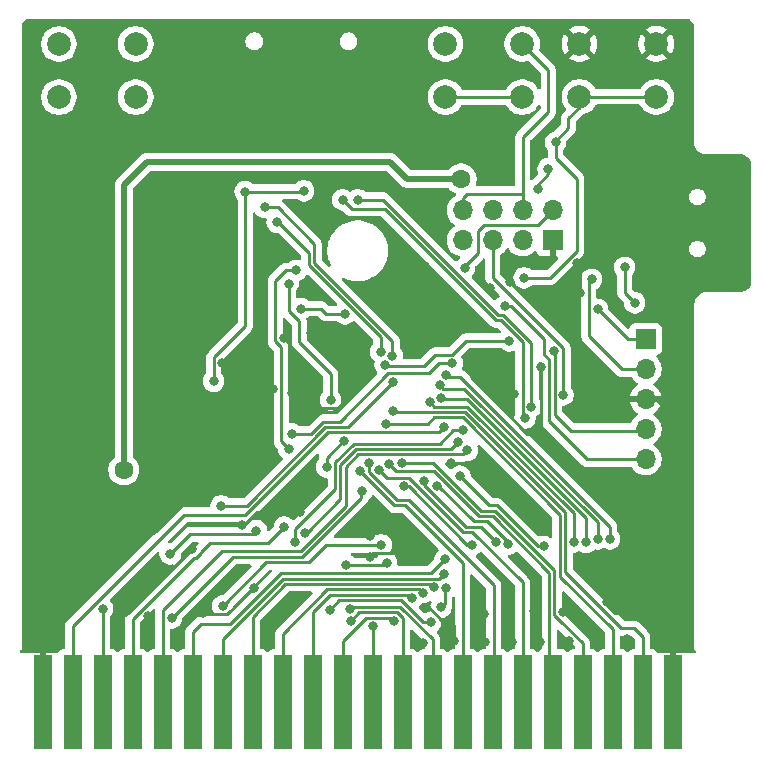
<source format=gbl>
G04 #@! TF.GenerationSoftware,KiCad,Pcbnew,9.0.0*
G04 #@! TF.CreationDate,2025-04-04T15:11:58+02:00*
G04 #@! TF.ProjectId,KungFuFlash2,4b756e67-4675-4466-9c61-7368322e6b69,1*
G04 #@! TF.SameCoordinates,Original*
G04 #@! TF.FileFunction,Copper,L2,Bot*
G04 #@! TF.FilePolarity,Positive*
%FSLAX46Y46*%
G04 Gerber Fmt 4.6, Leading zero omitted, Abs format (unit mm)*
G04 Created by KiCad (PCBNEW 9.0.0) date 2025-04-04 15:11:58*
%MOMM*%
%LPD*%
G01*
G04 APERTURE LIST*
G04 #@! TA.AperFunction,ComponentPad*
%ADD10C,2.000000*%
G04 #@! TD*
G04 #@! TA.AperFunction,SMDPad,CuDef*
%ADD11R,1.524000X8.000000*%
G04 #@! TD*
G04 #@! TA.AperFunction,ComponentPad*
%ADD12R,1.700000X1.700000*%
G04 #@! TD*
G04 #@! TA.AperFunction,ComponentPad*
%ADD13O,1.700000X1.700000*%
G04 #@! TD*
G04 #@! TA.AperFunction,ViaPad*
%ADD14C,0.800000*%
G04 #@! TD*
G04 #@! TA.AperFunction,ViaPad*
%ADD15C,1.600000*%
G04 #@! TD*
G04 #@! TA.AperFunction,Conductor*
%ADD16C,0.250000*%
G04 #@! TD*
G04 #@! TA.AperFunction,Conductor*
%ADD17C,0.500000*%
G04 #@! TD*
G04 APERTURE END LIST*
D10*
X112331500Y-70366500D03*
X118831500Y-70366500D03*
X112331500Y-74866500D03*
X118831500Y-74866500D03*
D11*
X78228000Y-126121227D03*
X80768000Y-126121227D03*
X83308000Y-126121227D03*
X85848000Y-126121227D03*
X88388000Y-126121227D03*
X90928000Y-126121227D03*
X93468000Y-126121227D03*
X96008000Y-126121227D03*
X98548000Y-126121227D03*
X101088000Y-126121227D03*
X103628000Y-126121227D03*
X106168000Y-126121227D03*
X108708000Y-126121227D03*
X111248000Y-126121227D03*
X113788000Y-126121227D03*
X116328000Y-126121227D03*
X118868000Y-126121227D03*
X121408000Y-126121227D03*
X123948000Y-126121227D03*
X126488000Y-126121227D03*
X129028000Y-126121227D03*
X131568000Y-126121227D03*
D10*
X79606000Y-70366500D03*
X86106000Y-70366500D03*
X79606000Y-74866500D03*
X86106000Y-74866500D03*
X123675000Y-70358000D03*
X130175000Y-70358000D03*
X123675000Y-74858000D03*
X130175000Y-74858000D03*
D12*
X121412000Y-86995000D03*
D13*
X121412000Y-84455000D03*
X118872000Y-86995000D03*
X118872000Y-84455000D03*
X116332000Y-86995000D03*
X116332000Y-84455000D03*
X113792000Y-86995000D03*
X113792000Y-84455000D03*
D12*
X129286000Y-95351600D03*
D13*
X129286000Y-97891600D03*
X129286000Y-100431600D03*
X129286000Y-102971600D03*
X129286000Y-105511600D03*
D14*
X108839000Y-88138000D03*
X123448299Y-88904299D03*
X82768249Y-111508203D03*
X103378000Y-73152000D03*
X105918000Y-113789434D03*
X116078000Y-91033600D03*
X96113600Y-116433600D03*
X117923800Y-120971800D03*
X112623600Y-119126000D03*
X118110000Y-100025200D03*
X105918000Y-112064800D03*
X117551200Y-118211600D03*
X77724000Y-112522000D03*
X89154000Y-69850000D03*
X123698000Y-77978000D03*
X87947500Y-78993998D03*
X117805200Y-90525600D03*
X91821000Y-108331000D03*
X99986000Y-109982000D03*
X100126800Y-91287600D03*
X92075000Y-82550000D03*
X119989600Y-103124000D03*
X122313100Y-118465600D03*
X132207000Y-69469000D03*
X102362000Y-83058000D03*
X127711200Y-120751600D03*
X77660500Y-69342000D03*
X125988299Y-117597701D03*
X131572000Y-119380000D03*
X100279200Y-84429600D03*
X82521680Y-110695272D03*
X123735500Y-91440000D03*
X78232000Y-121158000D03*
X115570000Y-118618000D03*
X100177600Y-117297200D03*
X91795600Y-118567200D03*
X97700000Y-99540304D03*
X109537500Y-69786500D03*
X113063500Y-120954800D03*
X93434500Y-97382500D03*
X120345200Y-121005600D03*
X115637800Y-120971800D03*
X100965000Y-94869000D03*
X87693500Y-82486500D03*
X114300000Y-78613000D03*
X77724000Y-111760000D03*
X87172800Y-118821200D03*
X92964000Y-78994000D03*
X77724000Y-110998000D03*
X112776000Y-105822500D03*
X82323450Y-112231950D03*
X93726000Y-99859000D03*
X96012000Y-73152000D03*
X97688400Y-118922800D03*
X119786400Y-118364000D03*
X128016000Y-118516400D03*
X87503000Y-111633000D03*
X120396000Y-97692500D03*
X131572000Y-120142000D03*
X78232000Y-119380000D03*
X99314000Y-99949000D03*
X85090000Y-118516400D03*
X110388400Y-121056400D03*
X106934000Y-78994000D03*
X114465375Y-97574375D03*
X124587000Y-101600000D03*
X78232000Y-120269000D03*
X98642000Y-95250000D03*
X131572000Y-120904000D03*
X95123000Y-111125000D03*
X110617000Y-89154000D03*
X93435000Y-105918000D03*
X124002800Y-119075200D03*
X125272800Y-120650000D03*
X102362000Y-78994000D03*
X122779301Y-120959099D03*
X90881200Y-113131600D03*
X99055701Y-104643701D03*
X99695000Y-89535000D03*
X92710000Y-98933000D03*
X95377000Y-82867500D03*
X100330000Y-82804000D03*
X124714000Y-90297000D03*
X102261500Y-106172000D03*
X103750898Y-104009712D03*
X97028000Y-84201000D03*
X107835702Y-96772608D03*
X98084000Y-85471000D03*
X106856202Y-96433604D03*
X99064299Y-90673701D03*
X102606815Y-100494500D03*
X89154000Y-118961500D03*
X105283000Y-108204000D03*
X93472000Y-117946253D03*
X106892500Y-112776000D03*
X113848409Y-103067591D03*
X99618800Y-112559500D03*
X100457000Y-111760000D03*
X113362146Y-104061853D03*
X107360000Y-114300000D03*
X103886000Y-114464500D03*
X111963200Y-118072500D03*
X112395000Y-116459000D03*
X112308500Y-113992403D03*
X112196202Y-115244202D03*
X111379000Y-116363500D03*
X110390613Y-116813500D03*
X109505182Y-117277199D03*
X107950000Y-119253000D03*
X112230500Y-102810799D03*
X83312000Y-118173500D03*
X98683997Y-111256997D03*
X114173000Y-104775000D03*
X106672883Y-106408889D03*
X107551065Y-105931604D03*
X108622500Y-105822500D03*
X107335500Y-102526500D03*
X107892500Y-101473000D03*
X104259715Y-118187911D03*
X105100741Y-106528716D03*
X105825241Y-105822500D03*
X104326200Y-119185200D03*
X106172000Y-119665500D03*
X124242616Y-112560923D03*
X111952851Y-100367500D03*
X123190000Y-112522000D03*
X110998000Y-100711000D03*
X125222000Y-112268000D03*
X111841500Y-99250500D03*
X126242299Y-112263701D03*
X112357036Y-98394213D03*
X113567194Y-106952495D03*
X120650000Y-112903000D03*
X117665853Y-112712146D03*
X111575195Y-107753805D03*
X108839000Y-107813399D03*
X114554000Y-112776000D03*
X110544502Y-107359508D03*
X116590299Y-112517701D03*
X89027000Y-113538000D03*
X96325899Y-111565899D03*
X107222512Y-97561914D03*
X117729000Y-95504000D03*
X125222000Y-92837000D03*
X121031000Y-80938500D03*
X120142000Y-82637500D03*
D15*
X113665000Y-81788000D03*
X85090000Y-106426000D03*
D14*
X121666000Y-78702500D03*
X112903000Y-97409000D03*
X118999000Y-90170000D03*
X99307170Y-103370140D03*
X103841500Y-93218000D03*
X100135200Y-92769200D03*
X103632000Y-83566000D03*
X119065792Y-102040501D03*
X119596500Y-101092000D03*
X104902000Y-83566000D03*
X121539000Y-96393000D03*
X117348000Y-92583000D03*
X128352575Y-92284575D03*
X127508000Y-89281000D03*
X113956500Y-89334851D03*
X122295500Y-100076000D03*
X111086900Y-119341899D03*
X102514400Y-118262400D03*
X93345000Y-109474000D03*
X107892500Y-98994585D03*
D16*
X92964000Y-78994000D02*
X92964000Y-76200000D01*
X99314000Y-99949000D02*
X100584000Y-101219000D01*
X119761000Y-103378000D02*
X119253000Y-103378000D01*
X112623600Y-119126000D02*
X111991395Y-119126000D01*
X93435000Y-100150000D02*
X93435000Y-105918000D01*
X123735500Y-91440000D02*
X123698000Y-91402500D01*
X117652800Y-90373200D02*
X117805200Y-90525600D01*
X91821000Y-108331000D02*
X91163500Y-108331000D01*
X121412000Y-88544400D02*
X121158000Y-88798400D01*
X97688400Y-118922800D02*
X99314000Y-117297200D01*
X118110000Y-100025200D02*
X117957600Y-100025200D01*
X95250000Y-111125000D02*
X96393000Y-109982000D01*
X109321600Y-111607600D02*
X109321600Y-112268000D01*
X114300000Y-78613000D02*
X113919000Y-78994000D01*
X78232000Y-120230003D02*
X78232000Y-121158000D01*
D17*
X131568000Y-126121227D02*
X131568000Y-120908000D01*
D16*
X122377200Y-118465600D02*
X122313100Y-118465600D01*
X114465375Y-98590375D02*
X114465375Y-97574375D01*
X107137200Y-110845600D02*
X108559600Y-110845600D01*
X97700000Y-99540304D02*
X94044696Y-99540304D01*
X125272800Y-120650000D02*
X124866400Y-120650000D01*
X101650800Y-83058000D02*
X100279200Y-84429600D01*
X115570000Y-120904000D02*
X115570000Y-118618000D01*
X87947502Y-78994000D02*
X87947500Y-78993998D01*
X118262400Y-88798400D02*
X117652800Y-89408000D01*
X113919000Y-78994000D02*
X106934000Y-78994000D01*
X103251000Y-101219000D02*
X104013000Y-100457000D01*
X117957600Y-100025200D02*
X115506775Y-97574375D01*
X121158000Y-88798400D02*
X118262400Y-88798400D01*
X103378000Y-77978000D02*
X103378000Y-73152000D01*
X109855000Y-89154000D02*
X110617000Y-89154000D01*
X120396000Y-97692500D02*
X120396000Y-102743000D01*
X85090000Y-118516400D02*
X85445600Y-118516400D01*
X77724000Y-112522000D02*
X82033400Y-112522000D01*
X93434500Y-97382500D02*
X93726000Y-97674000D01*
X78228000Y-121162000D02*
X78232000Y-121158000D01*
X98642000Y-95250000D02*
X99060000Y-95668000D01*
X125933200Y-117652800D02*
X125988299Y-117597701D01*
X124866400Y-120650000D02*
X123723400Y-119507000D01*
X77724000Y-110998000D02*
X77724000Y-111760000D01*
X129794000Y-77978000D02*
X123698000Y-77978000D01*
X82323450Y-111953002D02*
X82323450Y-112231950D01*
X93726000Y-97674000D02*
X93726000Y-99859000D01*
X111991395Y-119126000D02*
X110822995Y-117957600D01*
X131572000Y-119380000D02*
X130708400Y-118516400D01*
X122682000Y-118465600D02*
X122377200Y-118465600D01*
X108559600Y-110845600D02*
X109321600Y-111607600D01*
X117652800Y-89408000D02*
X117652800Y-90373200D01*
X94044696Y-99540304D02*
X93726000Y-99859000D01*
X123723400Y-119507000D02*
X122682000Y-118465600D01*
X92011500Y-82486500D02*
X92075000Y-82550000D01*
X125730000Y-100457000D02*
X129349500Y-100457000D01*
X104013000Y-97917000D02*
X100965000Y-94869000D01*
X117923800Y-120971800D02*
X117923800Y-118584200D01*
X119253000Y-103378000D02*
X114465375Y-98590375D01*
X105918000Y-112064800D02*
X107137200Y-110845600D01*
X77724000Y-111760000D02*
X82516452Y-111760000D01*
X100584000Y-101219000D02*
X103251000Y-101219000D01*
X82033400Y-112522000D02*
X82323450Y-112231950D01*
X96393000Y-109982000D02*
X99986000Y-109982000D01*
X124587000Y-101600000D02*
X125730000Y-100457000D01*
X120345200Y-121005600D02*
X120345200Y-118922800D01*
X102362000Y-83058000D02*
X101650800Y-83058000D01*
X130175000Y-100457000D02*
X129032000Y-100457000D01*
X131572000Y-101854000D02*
X130175000Y-100457000D01*
X121412000Y-86995000D02*
X121412000Y-88544400D01*
X113063500Y-120954800D02*
X113063500Y-119565900D01*
X91899653Y-118671253D02*
X91795600Y-118567200D01*
X82516452Y-111760000D02*
X82768249Y-111508203D01*
X108088600Y-113501000D02*
X109321600Y-112268000D01*
X92964000Y-76200000D02*
X96012000Y-73152000D01*
X120396000Y-102743000D02*
X120002300Y-103136700D01*
X82218952Y-110998000D02*
X82521680Y-110695272D01*
X131572000Y-119380000D02*
X131572000Y-101854000D01*
X131568000Y-120908000D02*
X131572000Y-120904000D01*
X77724000Y-110998000D02*
X82218952Y-110998000D01*
X105918000Y-113789434D02*
X106206434Y-113501000D01*
D17*
X78228000Y-126121227D02*
X78228000Y-121162000D01*
D16*
X96113600Y-116433600D02*
X93875947Y-118671253D01*
X123723400Y-119507000D02*
X124002800Y-119227600D01*
X99060000Y-95668000D02*
X99060000Y-99695000D01*
X120002300Y-103136700D02*
X119989600Y-103124000D01*
X82768249Y-111508203D02*
X82323450Y-111953002D01*
X125933200Y-117805200D02*
X125933200Y-117652800D01*
X123698000Y-91402500D02*
X123698000Y-89154000D01*
X91163500Y-108331000D02*
X87861500Y-111633000D01*
X131572000Y-120904000D02*
X131572000Y-120142000D01*
X130708400Y-118516400D02*
X128016000Y-118516400D01*
X87861500Y-111633000D02*
X87503000Y-111633000D01*
X131572000Y-119380000D02*
X131572000Y-120142000D01*
X78232000Y-120230003D02*
X78232000Y-119380000D01*
X113063500Y-119565900D02*
X112623600Y-119126000D01*
X99060000Y-99695000D02*
X99314000Y-99949000D01*
X90830400Y-113131600D02*
X90881200Y-113131600D01*
X120345200Y-118922800D02*
X119786400Y-118364000D01*
X106206434Y-113501000D02*
X108088600Y-113501000D01*
X115506775Y-97574375D02*
X114465375Y-97574375D01*
X102362000Y-78994000D02*
X103378000Y-77978000D01*
X85445600Y-118516400D02*
X90830400Y-113131600D01*
X120002300Y-103136700D02*
X119761000Y-103378000D01*
X102362000Y-78994000D02*
X92964000Y-78994000D01*
X126644400Y-118516400D02*
X125933200Y-117805200D01*
X115637800Y-120971800D02*
X115570000Y-120904000D01*
X99314000Y-117297200D02*
X100177600Y-117297200D01*
X128016000Y-118516400D02*
X126644400Y-118516400D01*
X95123000Y-111125000D02*
X95250000Y-111125000D01*
X104013000Y-100457000D02*
X104013000Y-97917000D01*
X87693500Y-82486500D02*
X92011500Y-82486500D01*
X123698000Y-89154000D02*
X123448299Y-88904299D01*
X124002800Y-119227600D02*
X124002800Y-119075200D01*
X93435000Y-100150000D02*
X93726000Y-99859000D01*
X92964000Y-78994000D02*
X87947502Y-78994000D01*
X117923800Y-118584200D02*
X117551200Y-118211600D01*
X108839000Y-88138000D02*
X109855000Y-89154000D01*
X93875947Y-118671253D02*
X91899653Y-118671253D01*
X99695000Y-89535000D02*
X98806000Y-89535000D01*
X97917000Y-95550305D02*
X98425000Y-96058305D01*
X98425000Y-104013000D02*
X99055701Y-104643701D01*
X98806000Y-89535000D02*
X97917000Y-90424000D01*
X98425000Y-96058305D02*
X98425000Y-104013000D01*
X97917000Y-90424000D02*
X97917000Y-95550305D01*
X124714000Y-90297000D02*
X124460000Y-90551000D01*
X127254000Y-97917000D02*
X129032000Y-97917000D01*
X103750898Y-104009712D02*
X103635288Y-104009712D01*
X114173000Y-83058000D02*
X118872000Y-83058000D01*
X113792000Y-84455000D02*
X113792000Y-83439000D01*
X118872000Y-84455000D02*
X118872000Y-83058000D01*
X100266500Y-82867500D02*
X95377000Y-82867500D01*
X118872000Y-83058000D02*
X118872000Y-78282800D01*
X100330000Y-82804000D02*
X100266500Y-82867500D01*
X121031000Y-72566000D02*
X118831500Y-70366500D01*
X95377000Y-94234000D02*
X95377000Y-82867500D01*
X121031000Y-76123800D02*
X121031000Y-72566000D01*
X92710000Y-98933000D02*
X92710000Y-96901000D01*
X92710000Y-96901000D02*
X95377000Y-94234000D01*
X118872000Y-78282800D02*
X121031000Y-76123800D01*
X103635288Y-104009712D02*
X102261500Y-105383500D01*
X102261500Y-105383500D02*
X102261500Y-106172000D01*
X124460000Y-90551000D02*
X124460000Y-95123000D01*
X124460000Y-95123000D02*
X127254000Y-97917000D01*
X113792000Y-83439000D02*
X114173000Y-83058000D01*
X101219000Y-88898604D02*
X107835702Y-95515306D01*
X101219000Y-87299800D02*
X101219000Y-88898604D01*
X97028000Y-84201000D02*
X98120200Y-84201000D01*
X98120200Y-84201000D02*
X101219000Y-87299800D01*
X107835702Y-95515306D02*
X107835702Y-96772608D01*
X100769000Y-89085000D02*
X106856202Y-95172202D01*
X98171000Y-85471000D02*
X100769000Y-88069000D01*
X98084000Y-85471000D02*
X98171000Y-85471000D01*
X106856202Y-95172202D02*
X106856202Y-96433604D01*
X100769000Y-88069000D02*
X100769000Y-89085000D01*
X99064299Y-90673701D02*
X99064299Y-92968299D01*
X99064299Y-92968299D02*
X99949000Y-93853000D01*
X99949000Y-95631000D02*
X102606815Y-98288815D01*
X99949000Y-93853000D02*
X99949000Y-95631000D01*
X102606815Y-98288815D02*
X102606815Y-100494500D01*
X105283000Y-108204000D02*
X105156000Y-108331000D01*
X94323500Y-113792000D02*
X89154000Y-118961500D01*
X105156000Y-108331000D02*
X105156000Y-108840396D01*
X105156000Y-108840396D02*
X100204396Y-113792000D01*
X100204396Y-113792000D02*
X94323500Y-113792000D01*
X97176253Y-114242000D02*
X93472000Y-117946253D01*
X106841700Y-112826800D02*
X102209600Y-112826800D01*
X106892500Y-112776000D02*
X106841700Y-112826800D01*
X102209600Y-112826800D02*
X100794400Y-114242000D01*
X100794400Y-114242000D02*
X97176253Y-114242000D01*
X102986000Y-108088000D02*
X102986000Y-105799208D01*
X104587208Y-104198000D02*
X111868604Y-104198000D01*
X111868604Y-104198000D02*
X112999013Y-103067591D01*
X99618800Y-112559500D02*
X99618800Y-111455200D01*
X99618800Y-111455200D02*
X102986000Y-108088000D01*
X112999013Y-103067591D02*
X113848409Y-103067591D01*
X102986000Y-105799208D02*
X104587208Y-104198000D01*
X113362146Y-104061853D02*
X112775999Y-104648000D01*
X112775999Y-104648000D02*
X104773604Y-104648000D01*
X103436000Y-108908000D02*
X100584000Y-111760000D01*
X103436000Y-105985604D02*
X103436000Y-108908000D01*
X100584000Y-111760000D02*
X100457000Y-111760000D01*
X104773604Y-104648000D02*
X103436000Y-105985604D01*
X103935434Y-114513934D02*
X107146066Y-114513934D01*
X103886000Y-114464500D02*
X103935434Y-114513934D01*
X107146066Y-114513934D02*
X107360000Y-114300000D01*
X112268000Y-117767700D02*
X112268000Y-116586000D01*
X112268000Y-116586000D02*
X112395000Y-116459000D01*
X111963200Y-118072500D02*
X112268000Y-117767700D01*
X94112652Y-119474552D02*
X91599448Y-119474552D01*
X98398204Y-115189000D02*
X94112652Y-119474552D01*
X90928000Y-120146000D02*
X90928000Y-126121227D01*
X112308500Y-113992403D02*
X111111903Y-115189000D01*
X91599448Y-119474552D02*
X90928000Y-120146000D01*
X111111903Y-115189000D02*
X98398204Y-115189000D01*
X112196202Y-115244202D02*
X111801404Y-115639000D01*
X111801404Y-115639000D02*
X98584600Y-115639000D01*
X98584600Y-115639000D02*
X93468000Y-120755600D01*
X93468000Y-120755600D02*
X93468000Y-126121227D01*
X111104500Y-116089000D02*
X98770996Y-116089000D01*
X111379000Y-116363500D02*
X111104500Y-116089000D01*
X98770996Y-116089000D02*
X96008000Y-118851996D01*
X96008000Y-118851996D02*
X96008000Y-126121227D01*
X98548000Y-120332500D02*
X98548000Y-126121227D01*
X110390613Y-116813500D02*
X110116113Y-116539000D01*
X102341500Y-116539000D02*
X98548000Y-120332500D01*
X110116113Y-116539000D02*
X102341500Y-116539000D01*
X109216983Y-116989000D02*
X102594000Y-116989000D01*
X109505182Y-117277199D02*
X109216983Y-116989000D01*
X101088000Y-118495000D02*
X101088000Y-126121227D01*
X102594000Y-116989000D02*
X101088000Y-118495000D01*
X107950000Y-119253000D02*
X107638000Y-118941000D01*
X107638000Y-118941000D02*
X105595000Y-118941000D01*
X103628000Y-120908000D02*
X103628000Y-126121227D01*
X105595000Y-118941000D02*
X103628000Y-120908000D01*
X80768000Y-119638000D02*
X80768000Y-126121227D01*
X112230500Y-102810799D02*
X111790299Y-103251000D01*
X90170000Y-110236000D02*
X80768000Y-119638000D01*
X102360604Y-103251000D02*
X95375604Y-110236000D01*
X111790299Y-103251000D02*
X102360604Y-103251000D01*
X95375604Y-110236000D02*
X90170000Y-110236000D01*
X83312000Y-118173500D02*
X83312000Y-126117227D01*
X91019800Y-113856600D02*
X85848000Y-119028400D01*
X92379800Y-112649000D02*
X91606200Y-113422600D01*
X97291994Y-112649000D02*
X92379800Y-112649000D01*
X98683997Y-111256997D02*
X97291994Y-112649000D01*
X91606200Y-113431905D02*
X91181505Y-113856600D01*
X91181505Y-113856600D02*
X91019800Y-113856600D01*
X91606200Y-113422600D02*
X91606200Y-113431905D01*
X85848000Y-119028400D02*
X85848000Y-126121227D01*
X103886000Y-109474000D02*
X100076000Y-113284000D01*
X114173000Y-104775000D02*
X113850000Y-105098000D01*
X93408500Y-113284000D02*
X88388000Y-118304500D01*
X100076000Y-113284000D02*
X93408500Y-113284000D01*
X113850000Y-105098000D02*
X104960000Y-105098000D01*
X103886000Y-106172000D02*
X103886000Y-109474000D01*
X104960000Y-105098000D02*
X103886000Y-106172000D01*
X88388000Y-118304500D02*
X88388000Y-126121227D01*
X113848893Y-111688497D02*
X114603606Y-111688497D01*
X107352893Y-107088899D02*
X109249295Y-107088899D01*
X106672883Y-106408889D02*
X107352893Y-107088899D01*
X118868000Y-115952891D02*
X118868000Y-126121227D01*
X109249295Y-107088899D02*
X113848893Y-111688497D01*
X114603606Y-111688497D02*
X118868000Y-115952891D01*
X115185193Y-110338497D02*
X116316802Y-110338497D01*
X116316802Y-110338497D02*
X121107200Y-115128895D01*
X111399696Y-106553000D02*
X115185193Y-110338497D01*
X107551065Y-105931604D02*
X108172461Y-106553000D01*
X121107200Y-115128895D02*
X121107200Y-125820427D01*
X108172461Y-106553000D02*
X111399696Y-106553000D01*
X122012795Y-119190600D02*
X122035400Y-119190600D01*
X108622500Y-105822500D02*
X111305591Y-105822500D01*
X123948000Y-121103200D02*
X123948000Y-126121227D01*
X121557200Y-118735005D02*
X122012795Y-119190600D01*
X121557200Y-114942499D02*
X121557200Y-118735005D01*
X111305591Y-105822500D02*
X115371589Y-109888497D01*
X116503198Y-109888497D02*
X121557200Y-114942499D01*
X122035400Y-119190600D02*
X123948000Y-121103200D01*
X115371589Y-109888497D02*
X116503198Y-109888497D01*
X113797416Y-101992000D02*
X122015000Y-110209584D01*
X107335500Y-102526500D02*
X110833500Y-102526500D01*
X122015000Y-115461800D02*
X126488000Y-119934800D01*
X122015000Y-110209584D02*
X122015000Y-115461800D01*
X110833500Y-102526500D02*
X111368000Y-101992000D01*
X111368000Y-101992000D02*
X113797416Y-101992000D01*
X126488000Y-119934800D02*
X126488000Y-126121227D01*
X128320800Y-119837200D02*
X129028000Y-120544400D01*
X107961500Y-101542000D02*
X113983812Y-101542000D01*
X122465000Y-110023188D02*
X122465000Y-115099707D01*
X107892500Y-101473000D02*
X107961500Y-101542000D01*
X127202493Y-119837200D02*
X128320800Y-119837200D01*
X129028000Y-120544400D02*
X129028000Y-126121227D01*
X122465000Y-115099707D02*
X127202493Y-119837200D01*
X113983812Y-101542000D02*
X122465000Y-110023188D01*
X108516000Y-118041000D02*
X111252000Y-120777000D01*
X104259715Y-118187911D02*
X104406626Y-118041000D01*
X111252000Y-120777000D02*
X111252000Y-126117227D01*
X104406626Y-118041000D02*
X108516000Y-118041000D01*
X105100741Y-106528716D02*
X108010424Y-109438399D01*
X108930399Y-109438399D02*
X113788000Y-114296000D01*
X108010424Y-109438399D02*
X108930399Y-109438399D01*
X113788000Y-114296000D02*
X113788000Y-126121227D01*
X105825241Y-105822500D02*
X105825241Y-106586552D01*
X109217209Y-108988399D02*
X116433600Y-116204790D01*
X116433600Y-116204790D02*
X116433600Y-126015627D01*
X105825241Y-106586552D02*
X108227088Y-108988399D01*
X108227088Y-108988399D02*
X109217209Y-108988399D01*
X108213305Y-118491000D02*
X108708000Y-118985695D01*
X104326200Y-119185200D02*
X105020400Y-118491000D01*
X105020400Y-118491000D02*
X108213305Y-118491000D01*
X108708000Y-118985695D02*
X108708000Y-126121227D01*
X106172000Y-119665500D02*
X106168000Y-119669500D01*
X106168000Y-119669500D02*
X106168000Y-126121227D01*
X124242616Y-110528012D02*
X124242616Y-112560923D01*
X112042351Y-100457000D02*
X114171604Y-100457000D01*
X114171604Y-100457000D02*
X124242616Y-110528012D01*
X111952851Y-100367500D02*
X112042351Y-100457000D01*
X111379000Y-101092000D02*
X114170208Y-101092000D01*
X110998000Y-100711000D02*
X111379000Y-101092000D01*
X123190000Y-110111792D02*
X123190000Y-112522000D01*
X114170208Y-101092000D02*
X123190000Y-110111792D01*
X125222000Y-110871000D02*
X125222000Y-112268000D01*
X111841500Y-99250500D02*
X112159000Y-99568000D01*
X112159000Y-99568000D02*
X113919000Y-99568000D01*
X113919000Y-99568000D02*
X125222000Y-110871000D01*
X113539396Y-98552000D02*
X126242299Y-111254903D01*
X112357036Y-98394213D02*
X112514823Y-98552000D01*
X112514823Y-98552000D02*
X113539396Y-98552000D01*
X126242299Y-111254903D02*
X126242299Y-112263701D01*
X116042497Y-109438497D02*
X116689594Y-109438497D01*
X120154097Y-112903000D02*
X120650000Y-112903000D01*
X113567194Y-106952495D02*
X113567194Y-106963194D01*
X113567194Y-106963194D02*
X116042497Y-109438497D01*
X116689594Y-109438497D02*
X120154097Y-112903000D01*
X115886400Y-110788497D02*
X117665853Y-112567950D01*
X117665853Y-112567950D02*
X117665853Y-112712146D01*
X111575195Y-107753805D02*
X111699404Y-107753805D01*
X111699404Y-107753805D02*
X114734096Y-110788497D01*
X114734096Y-110788497D02*
X115886400Y-110788497D01*
X108839000Y-107813399D02*
X109210399Y-107813399D01*
X114173000Y-112776000D02*
X114554000Y-112776000D01*
X109210399Y-107813399D02*
X114173000Y-112776000D01*
X110544502Y-107747710D02*
X114035289Y-111238497D01*
X110544502Y-107359508D02*
X110544502Y-107747710D01*
X115302497Y-111238497D02*
X116581701Y-112517701D01*
X114035289Y-111238497D02*
X115302497Y-111238497D01*
X116581701Y-112517701D02*
X116590299Y-112517701D01*
X90678000Y-111887000D02*
X96004798Y-111887000D01*
X96004798Y-111887000D02*
X96325899Y-111565899D01*
X89027000Y-113538000D02*
X90678000Y-111887000D01*
X111469000Y-96684000D02*
X112866000Y-96684000D01*
X110490000Y-97663000D02*
X111469000Y-96684000D01*
X127762000Y-95377000D02*
X129349500Y-95377000D01*
X107323598Y-97663000D02*
X110490000Y-97663000D01*
X114046000Y-95504000D02*
X117729000Y-95504000D01*
X125222000Y-92837000D02*
X127762000Y-95377000D01*
X112866000Y-96684000D02*
X114046000Y-95504000D01*
X107222512Y-97561914D02*
X107323598Y-97663000D01*
X120142000Y-82296000D02*
X121031000Y-81407000D01*
X120142000Y-82637500D02*
X120142000Y-82296000D01*
X121031000Y-81407000D02*
X121031000Y-80938500D01*
D17*
X113665000Y-81788000D02*
X109093000Y-81788000D01*
X87058500Y-80327500D02*
X85090000Y-82296000D01*
X109093000Y-81788000D02*
X107632500Y-80327500D01*
X107632500Y-80327500D02*
X87058500Y-80327500D01*
X85090000Y-82296000D02*
X85090000Y-106426000D01*
D16*
X107470730Y-98269270D02*
X103389000Y-102351000D01*
X121666000Y-78702500D02*
X121666000Y-78562200D01*
X100968672Y-103370140D02*
X99307170Y-103370140D01*
X121158000Y-90170000D02*
X118999000Y-90170000D01*
X123444000Y-81787998D02*
X123444000Y-87884000D01*
X112903000Y-97409000D02*
X111760000Y-97409000D01*
X110899730Y-98269270D02*
X107470730Y-98269270D01*
X123444000Y-87884000D02*
X121158000Y-90170000D01*
X122732800Y-77495400D02*
X122732800Y-76657200D01*
X101987812Y-102351000D02*
X100968672Y-103370140D01*
X121666000Y-78702500D02*
X121666000Y-80009998D01*
X123675000Y-74858000D02*
X130175000Y-74858000D01*
X111760000Y-97409000D02*
X110899730Y-98269270D01*
X103389000Y-102351000D02*
X101987812Y-102351000D01*
X121666000Y-80009998D02*
X123444000Y-81787998D01*
X121666000Y-78562200D02*
X122732800Y-77495400D01*
X122732800Y-76657200D02*
X123698000Y-75692000D01*
X100135200Y-92769200D02*
X101786200Y-92769200D01*
X102235000Y-93218000D02*
X103841500Y-93218000D01*
X101786200Y-92769200D02*
X102235000Y-93218000D01*
X104394000Y-84328000D02*
X103632000Y-83566000D01*
X118020000Y-94779000D02*
X116999000Y-93758000D01*
X119065792Y-102040501D02*
X118872000Y-101846709D01*
X116999000Y-93758000D02*
X116621601Y-93758000D01*
X107191601Y-84328000D02*
X104394000Y-84328000D01*
X116621601Y-93758000D02*
X107191601Y-84328000D01*
X118872000Y-95621695D02*
X118029305Y-94779000D01*
X118872000Y-101846709D02*
X118872000Y-95621695D01*
X118029305Y-94779000D02*
X118020000Y-94779000D01*
X119596500Y-101092000D02*
X119596500Y-95709799D01*
X107065997Y-83566000D02*
X104902000Y-83566000D01*
X116807997Y-93308000D02*
X107065997Y-83566000D01*
X117194701Y-93308000D02*
X116807997Y-93308000D01*
X119596500Y-95709799D02*
X117194701Y-93308000D01*
X121571000Y-101759000D02*
X122936000Y-103124000D01*
X121571000Y-96425000D02*
X121571000Y-101759000D01*
X122936000Y-103124000D02*
X128905000Y-103124000D01*
X121539000Y-96393000D02*
X121571000Y-96425000D01*
X120650000Y-96634903D02*
X121121000Y-97105903D01*
X121121000Y-102325000D02*
X124333000Y-105537000D01*
X124333000Y-105537000D02*
X129349500Y-105537000D01*
X117348000Y-92583000D02*
X117856000Y-92583000D01*
X121121000Y-97105903D02*
X121121000Y-102325000D01*
X120650000Y-95377000D02*
X120650000Y-96634903D01*
X117856000Y-92583000D02*
X120650000Y-95377000D01*
X128352575Y-92284575D02*
X127508000Y-91440000D01*
X127508000Y-91440000D02*
X127508000Y-89281000D01*
X118831500Y-74866500D02*
X112331500Y-74866500D01*
X115062000Y-86233000D02*
X115570000Y-85725000D01*
X115570000Y-85725000D02*
X120142000Y-85725000D01*
X113956500Y-89180500D02*
X115062000Y-88075000D01*
X113956500Y-89334851D02*
X113956500Y-89180500D01*
X115062000Y-88075000D02*
X115062000Y-86233000D01*
X120142000Y-85725000D02*
X121412000Y-84455000D01*
X122301000Y-100070500D02*
X122301000Y-96129695D01*
X122295500Y-100076000D02*
X122301000Y-100070500D01*
X122301000Y-96129695D02*
X116332000Y-90160695D01*
X116332000Y-90160695D02*
X116332000Y-86995000D01*
X110453295Y-119341899D02*
X111086900Y-119341899D01*
X104560020Y-117462911D02*
X104572109Y-117475000D01*
X103313889Y-117462911D02*
X104560020Y-117462911D01*
X102514400Y-118262400D02*
X103313889Y-117462911D01*
X104572109Y-117475000D02*
X108586396Y-117475000D01*
X108586396Y-117475000D02*
X110453295Y-119341899D01*
X104086139Y-102801000D02*
X102174208Y-102801000D01*
X95501208Y-109474000D02*
X93345000Y-109474000D01*
X102174208Y-102801000D02*
X95501208Y-109474000D01*
X107892500Y-98994639D02*
X104086139Y-102801000D01*
X107892500Y-98994585D02*
X107892500Y-98994639D01*
G04 #@! TA.AperFunction,Conductor*
G36*
X133004931Y-68294502D02*
G01*
X133025905Y-68311405D01*
X133301095Y-68586595D01*
X133335121Y-68648907D01*
X133338000Y-68675690D01*
X133338000Y-78604469D01*
X133338000Y-78629000D01*
X133338000Y-78723094D01*
X133350147Y-78791981D01*
X133370680Y-78908429D01*
X133435039Y-79085254D01*
X133435045Y-79085266D01*
X133529134Y-79248235D01*
X133529141Y-79248244D01*
X133650101Y-79392398D01*
X133794255Y-79513358D01*
X133794264Y-79513365D01*
X133863781Y-79553500D01*
X133957238Y-79607457D01*
X133957241Y-79607458D01*
X133957245Y-79607460D01*
X134134070Y-79671819D01*
X134134072Y-79671819D01*
X134134077Y-79671821D01*
X134319406Y-79704500D01*
X134398482Y-79704500D01*
X137278469Y-79704500D01*
X137297494Y-79704500D01*
X137308475Y-79704979D01*
X137452558Y-79717584D01*
X137474184Y-79721397D01*
X137608555Y-79757402D01*
X137629183Y-79764910D01*
X137755266Y-79823704D01*
X137774275Y-79834679D01*
X137888234Y-79914474D01*
X137905052Y-79928587D01*
X138003412Y-80026947D01*
X138017526Y-80043767D01*
X138097318Y-80157721D01*
X138108297Y-80176737D01*
X138167087Y-80302811D01*
X138174599Y-80323450D01*
X138210601Y-80457813D01*
X138214414Y-80479442D01*
X138227020Y-80623523D01*
X138227500Y-80634505D01*
X138227500Y-90434494D01*
X138227020Y-90445476D01*
X138214414Y-90589557D01*
X138210601Y-90611186D01*
X138174599Y-90745549D01*
X138167087Y-90766188D01*
X138108297Y-90892262D01*
X138097315Y-90911283D01*
X138017530Y-91025228D01*
X138003412Y-91042052D01*
X137905052Y-91140412D01*
X137888228Y-91154530D01*
X137774283Y-91234315D01*
X137755262Y-91245297D01*
X137629188Y-91304087D01*
X137608549Y-91311599D01*
X137474186Y-91347601D01*
X137452557Y-91351414D01*
X137308476Y-91364020D01*
X137297494Y-91364500D01*
X134527093Y-91364500D01*
X134527078Y-91364495D01*
X134527078Y-91364499D01*
X134380929Y-91364482D01*
X134380927Y-91364482D01*
X134195834Y-91397075D01*
X134019196Y-91461275D01*
X133856384Y-91555122D01*
X133856378Y-91555126D01*
X133712303Y-91675791D01*
X133712300Y-91675794D01*
X133591330Y-91819619D01*
X133497131Y-91982247D01*
X133440995Y-92135700D01*
X133432565Y-92158743D01*
X133423820Y-92207800D01*
X133399582Y-92343767D01*
X133399395Y-92437713D01*
X133399395Y-92437731D01*
X133399373Y-92448015D01*
X133338056Y-121511720D01*
X133338031Y-121523906D01*
X133338000Y-121523982D01*
X133338000Y-121538687D01*
X133338000Y-121538689D01*
X133337968Y-121553863D01*
X133337997Y-121554012D01*
X133343568Y-121567461D01*
X133343618Y-121567717D01*
X133343666Y-121567698D01*
X133349404Y-121581633D01*
X133349492Y-121581764D01*
X133349493Y-121581765D01*
X133349494Y-121581767D01*
X133360005Y-121592278D01*
X133370598Y-121602916D01*
X133370599Y-121602916D01*
X133378988Y-121611341D01*
X133379438Y-121611711D01*
X133472632Y-121704905D01*
X133506658Y-121767217D01*
X133501593Y-121838032D01*
X133459046Y-121894868D01*
X133392526Y-121919679D01*
X133383537Y-121920000D01*
X130337629Y-121920000D01*
X130269508Y-121899998D01*
X130236761Y-121869509D01*
X130153261Y-121757965D01*
X130036207Y-121670339D01*
X130036202Y-121670337D01*
X129899204Y-121619238D01*
X129899196Y-121619236D01*
X129838649Y-121612727D01*
X129838638Y-121612727D01*
X129787500Y-121612727D01*
X129719379Y-121592725D01*
X129672886Y-121539069D01*
X129661500Y-121486727D01*
X129661500Y-120482007D01*
X129661499Y-120482003D01*
X129660489Y-120476925D01*
X129637155Y-120359615D01*
X129589400Y-120244325D01*
X129520071Y-120140567D01*
X129431833Y-120052329D01*
X128724633Y-119345129D01*
X128620875Y-119275800D01*
X128505585Y-119228045D01*
X128431886Y-119213385D01*
X128383196Y-119203700D01*
X128383194Y-119203700D01*
X127517087Y-119203700D01*
X127448966Y-119183698D01*
X127427992Y-119166795D01*
X123135405Y-114874208D01*
X123101379Y-114811896D01*
X123098500Y-114785113D01*
X123098500Y-113556500D01*
X123118502Y-113488379D01*
X123172158Y-113441886D01*
X123224500Y-113430500D01*
X123279478Y-113430500D01*
X123279479Y-113430500D01*
X123455000Y-113395587D01*
X123620336Y-113327102D01*
X123620341Y-113327098D01*
X123620347Y-113327096D01*
X123625799Y-113324183D01*
X123626866Y-113326180D01*
X123684919Y-113307996D01*
X123753388Y-113326772D01*
X123757174Y-113329204D01*
X123812280Y-113366025D01*
X123977616Y-113434510D01*
X124153137Y-113469423D01*
X124153138Y-113469423D01*
X124332094Y-113469423D01*
X124332095Y-113469423D01*
X124507616Y-113434510D01*
X124672952Y-113366025D01*
X124821751Y-113266601D01*
X124900843Y-113187508D01*
X124963151Y-113153486D01*
X125014513Y-113153027D01*
X125132521Y-113176500D01*
X125132522Y-113176500D01*
X125311478Y-113176500D01*
X125311479Y-113176500D01*
X125487000Y-113141587D01*
X125652336Y-113073102D01*
X125665362Y-113064397D01*
X125733115Y-113043182D01*
X125801582Y-113061964D01*
X125805367Y-113064396D01*
X125811960Y-113068801D01*
X125811963Y-113068803D01*
X125977299Y-113137288D01*
X126152820Y-113172201D01*
X126152821Y-113172201D01*
X126331777Y-113172201D01*
X126331778Y-113172201D01*
X126507299Y-113137288D01*
X126672635Y-113068803D01*
X126821434Y-112969379D01*
X126947977Y-112842836D01*
X127047401Y-112694037D01*
X127115886Y-112528701D01*
X127150799Y-112353180D01*
X127150799Y-112174222D01*
X127115886Y-111998701D01*
X127047401Y-111833365D01*
X126947977Y-111684566D01*
X126912704Y-111649293D01*
X126878678Y-111586981D01*
X126875799Y-111560198D01*
X126875799Y-111192510D01*
X126875798Y-111192506D01*
X126870827Y-111167515D01*
X126851454Y-111070118D01*
X126824274Y-111004499D01*
X126803700Y-110954828D01*
X126734371Y-110851070D01*
X119047395Y-103164095D01*
X119013370Y-103101784D01*
X119018435Y-103030969D01*
X119060982Y-102974133D01*
X119127502Y-102949322D01*
X119136491Y-102949001D01*
X119155270Y-102949001D01*
X119155271Y-102949001D01*
X119330792Y-102914088D01*
X119496128Y-102845603D01*
X119644927Y-102746179D01*
X119771470Y-102619636D01*
X119870894Y-102470837D01*
X119939379Y-102305501D01*
X119974292Y-102129980D01*
X119974292Y-101999559D01*
X119994294Y-101931438D01*
X120030290Y-101894794D01*
X120175635Y-101797678D01*
X120272405Y-101700908D01*
X120334717Y-101666882D01*
X120405532Y-101671947D01*
X120462368Y-101714494D01*
X120487179Y-101781014D01*
X120487500Y-101790003D01*
X120487500Y-102262606D01*
X120487500Y-102387394D01*
X120511845Y-102509785D01*
X120559600Y-102625075D01*
X120628929Y-102728833D01*
X123840929Y-105940833D01*
X123929167Y-106029071D01*
X124032925Y-106098400D01*
X124148215Y-106146155D01*
X124270606Y-106170500D01*
X128021320Y-106170500D01*
X128089441Y-106190502D01*
X128123256Y-106222439D01*
X128124105Y-106223608D01*
X128124106Y-106223609D01*
X128249794Y-106396604D01*
X128249796Y-106396606D01*
X128249798Y-106396609D01*
X128400990Y-106547801D01*
X128400993Y-106547803D01*
X128400996Y-106547806D01*
X128573991Y-106673494D01*
X128764517Y-106770572D01*
X128967878Y-106836647D01*
X128967879Y-106836647D01*
X128967884Y-106836649D01*
X129179084Y-106870100D01*
X129179087Y-106870100D01*
X129392913Y-106870100D01*
X129392916Y-106870100D01*
X129604116Y-106836649D01*
X129807483Y-106770572D01*
X129998009Y-106673494D01*
X130171004Y-106547806D01*
X130322206Y-106396604D01*
X130447894Y-106223609D01*
X130544972Y-106033083D01*
X130611049Y-105829716D01*
X130644500Y-105618516D01*
X130644500Y-105404684D01*
X130611049Y-105193484D01*
X130544972Y-104990117D01*
X130447894Y-104799591D01*
X130322206Y-104626596D01*
X130322203Y-104626593D01*
X130322201Y-104626590D01*
X130171009Y-104475398D01*
X130171006Y-104475396D01*
X130171004Y-104475394D01*
X129998009Y-104349706D01*
X129998007Y-104349705D01*
X129996920Y-104349039D01*
X129996591Y-104348675D01*
X129994004Y-104346796D01*
X129994398Y-104346252D01*
X129949283Y-104296396D01*
X129937670Y-104226356D01*
X129965766Y-104161155D01*
X129994130Y-104136578D01*
X129994004Y-104136404D01*
X129996030Y-104134931D01*
X129996920Y-104134161D01*
X129997997Y-104133499D01*
X129998009Y-104133494D01*
X130171004Y-104007806D01*
X130322206Y-103856604D01*
X130447894Y-103683609D01*
X130544972Y-103493083D01*
X130611049Y-103289716D01*
X130644500Y-103078516D01*
X130644500Y-102864684D01*
X130611049Y-102653484D01*
X130544972Y-102450117D01*
X130447894Y-102259591D01*
X130322206Y-102086596D01*
X130322203Y-102086593D01*
X130322201Y-102086590D01*
X130171009Y-101935398D01*
X130171006Y-101935396D01*
X130171004Y-101935394D01*
X130101806Y-101885118D01*
X129998006Y-101809703D01*
X129996427Y-101808736D01*
X129995952Y-101808211D01*
X129994004Y-101806796D01*
X129994301Y-101806386D01*
X129948797Y-101756088D01*
X129937191Y-101686046D01*
X129965296Y-101620849D01*
X129993844Y-101596116D01*
X129993742Y-101595976D01*
X129995382Y-101594784D01*
X129996448Y-101593861D01*
X129997754Y-101593060D01*
X130170679Y-101467422D01*
X130321822Y-101316279D01*
X130447463Y-101143350D01*
X130544506Y-100952892D01*
X130544509Y-100952886D01*
X130610559Y-100749604D01*
X130620698Y-100685600D01*
X129716703Y-100685600D01*
X129751925Y-100624593D01*
X129786000Y-100497426D01*
X129786000Y-100365774D01*
X129751925Y-100238607D01*
X129716703Y-100177600D01*
X130620697Y-100177600D01*
X130610559Y-100113595D01*
X130544509Y-99910313D01*
X130544506Y-99910307D01*
X130447463Y-99719849D01*
X130321822Y-99546920D01*
X130170679Y-99395777D01*
X129997749Y-99270135D01*
X129996433Y-99269329D01*
X129996037Y-99268891D01*
X129993742Y-99267224D01*
X129994092Y-99266741D01*
X129948800Y-99216684D01*
X129937190Y-99146643D01*
X129965291Y-99081444D01*
X129994076Y-99056503D01*
X129994004Y-99056404D01*
X129995158Y-99055565D01*
X129996441Y-99054454D01*
X129997992Y-99053502D01*
X129998009Y-99053494D01*
X130171004Y-98927806D01*
X130322206Y-98776604D01*
X130447894Y-98603609D01*
X130544972Y-98413083D01*
X130611049Y-98209716D01*
X130644500Y-97998516D01*
X130644500Y-97784684D01*
X130611049Y-97573484D01*
X130544972Y-97370117D01*
X130447894Y-97179591D01*
X130322206Y-97006596D01*
X130322203Y-97006593D01*
X130322201Y-97006590D01*
X130219229Y-96903618D01*
X130185203Y-96841306D01*
X130190268Y-96770491D01*
X130232815Y-96713655D01*
X130264284Y-96696471D01*
X130382204Y-96652489D01*
X130499261Y-96564861D01*
X130549936Y-96497167D01*
X130586887Y-96447807D01*
X130586887Y-96447806D01*
X130586889Y-96447804D01*
X130630960Y-96329645D01*
X130637988Y-96310804D01*
X130637990Y-96310796D01*
X130644499Y-96250249D01*
X130644500Y-96250232D01*
X130644500Y-94452967D01*
X130644499Y-94452950D01*
X130637990Y-94392403D01*
X130637988Y-94392395D01*
X130586889Y-94255397D01*
X130586887Y-94255392D01*
X130499261Y-94138338D01*
X130382207Y-94050712D01*
X130382202Y-94050710D01*
X130245204Y-93999611D01*
X130245196Y-93999609D01*
X130184649Y-93993100D01*
X130184638Y-93993100D01*
X128387362Y-93993100D01*
X128387350Y-93993100D01*
X128326803Y-93999609D01*
X128326795Y-93999611D01*
X128189797Y-94050710D01*
X128189792Y-94050712D01*
X128072738Y-94138338D01*
X127985112Y-94255392D01*
X127985111Y-94255395D01*
X127931702Y-94398587D01*
X127889155Y-94455422D01*
X127822634Y-94480232D01*
X127753260Y-94465140D01*
X127724552Y-94443648D01*
X126167405Y-92886501D01*
X126133379Y-92824189D01*
X126130500Y-92797406D01*
X126130500Y-92747522D01*
X126130499Y-92747518D01*
X126095587Y-92572000D01*
X126027102Y-92406664D01*
X125927678Y-92257865D01*
X125801135Y-92131322D01*
X125652336Y-92031898D01*
X125532469Y-91982247D01*
X125487003Y-91963414D01*
X125487001Y-91963413D01*
X125487000Y-91963413D01*
X125398645Y-91945838D01*
X125311481Y-91928500D01*
X125311479Y-91928500D01*
X125219500Y-91928500D01*
X125151379Y-91908498D01*
X125104886Y-91854842D01*
X125093500Y-91802500D01*
X125093500Y-91203417D01*
X125113502Y-91135296D01*
X125149495Y-91098654D01*
X125293135Y-91002678D01*
X125419678Y-90876135D01*
X125519102Y-90727336D01*
X125587587Y-90562000D01*
X125622500Y-90386479D01*
X125622500Y-90207521D01*
X125587587Y-90032000D01*
X125519102Y-89866664D01*
X125419678Y-89717865D01*
X125293135Y-89591322D01*
X125144336Y-89491898D01*
X124981214Y-89424330D01*
X124979003Y-89423414D01*
X124979001Y-89423413D01*
X124979000Y-89423413D01*
X124890645Y-89405838D01*
X124803481Y-89388500D01*
X124803479Y-89388500D01*
X124624521Y-89388500D01*
X124624518Y-89388500D01*
X124493771Y-89414507D01*
X124449000Y-89423413D01*
X124448999Y-89423413D01*
X124448996Y-89423414D01*
X124283662Y-89491899D01*
X124134869Y-89591319D01*
X124134862Y-89591324D01*
X124008324Y-89717862D01*
X124008319Y-89717869D01*
X123908899Y-89866662D01*
X123840414Y-90031996D01*
X123840413Y-90031999D01*
X123840413Y-90032000D01*
X123837609Y-90046099D01*
X123805500Y-90207518D01*
X123805500Y-90386481D01*
X123810740Y-90412822D01*
X123820277Y-90460771D01*
X123824079Y-90479881D01*
X123826500Y-90504463D01*
X123826500Y-95185396D01*
X123832435Y-95215231D01*
X123850845Y-95307785D01*
X123898600Y-95423075D01*
X123967929Y-95526833D01*
X123967931Y-95526835D01*
X126850161Y-98409067D01*
X126850167Y-98409072D01*
X126953925Y-98478401D01*
X127035447Y-98512168D01*
X127069215Y-98526155D01*
X127191606Y-98550500D01*
X127191607Y-98550500D01*
X127316394Y-98550500D01*
X128021320Y-98550500D01*
X128089441Y-98570502D01*
X128123256Y-98602439D01*
X128124105Y-98603608D01*
X128124106Y-98603609D01*
X128249794Y-98776604D01*
X128249796Y-98776606D01*
X128249798Y-98776609D01*
X128400990Y-98927801D01*
X128400993Y-98927803D01*
X128400996Y-98927806D01*
X128573991Y-99053494D01*
X128574001Y-99053499D01*
X128575567Y-99054459D01*
X128576042Y-99054984D01*
X128577996Y-99056404D01*
X128577697Y-99056814D01*
X128623200Y-99107105D01*
X128634808Y-99177146D01*
X128606707Y-99242345D01*
X128578157Y-99267085D01*
X128578258Y-99267224D01*
X128576644Y-99268396D01*
X128575574Y-99269324D01*
X128574255Y-99270132D01*
X128401320Y-99395777D01*
X128250177Y-99546920D01*
X128124536Y-99719849D01*
X128027493Y-99910307D01*
X128027490Y-99910313D01*
X127961440Y-100113595D01*
X127951302Y-100177600D01*
X128855297Y-100177600D01*
X128820075Y-100238607D01*
X128786000Y-100365774D01*
X128786000Y-100497426D01*
X128820075Y-100624593D01*
X128855297Y-100685600D01*
X127951302Y-100685600D01*
X127961440Y-100749604D01*
X128027490Y-100952886D01*
X128027493Y-100952892D01*
X128124536Y-101143350D01*
X128250177Y-101316279D01*
X128401320Y-101467422D01*
X128574244Y-101593060D01*
X128575560Y-101593866D01*
X128575955Y-101594303D01*
X128578258Y-101595976D01*
X128577906Y-101596459D01*
X128623196Y-101646510D01*
X128634809Y-101716550D01*
X128606712Y-101781750D01*
X128577925Y-101806698D01*
X128577996Y-101806796D01*
X128576862Y-101807619D01*
X128575580Y-101808731D01*
X128573998Y-101809700D01*
X128400993Y-101935396D01*
X128400990Y-101935398D01*
X128249798Y-102086590D01*
X128249796Y-102086593D01*
X128124108Y-102259587D01*
X128124106Y-102259591D01*
X128047985Y-102408988D01*
X128041506Y-102421703D01*
X127992758Y-102473318D01*
X127929239Y-102490500D01*
X123250595Y-102490500D01*
X123182474Y-102470498D01*
X123161500Y-102453595D01*
X122241405Y-101533500D01*
X122207379Y-101471188D01*
X122204500Y-101444405D01*
X122204500Y-101110500D01*
X122224502Y-101042379D01*
X122278158Y-100995886D01*
X122330500Y-100984500D01*
X122384978Y-100984500D01*
X122384979Y-100984500D01*
X122560500Y-100949587D01*
X122725836Y-100881102D01*
X122874635Y-100781678D01*
X123001178Y-100655135D01*
X123100602Y-100506336D01*
X123169087Y-100341000D01*
X123204000Y-100165479D01*
X123204000Y-99986521D01*
X123169087Y-99811000D01*
X123100602Y-99645664D01*
X123001178Y-99496865D01*
X122971405Y-99467092D01*
X122937379Y-99404780D01*
X122934500Y-99377997D01*
X122934500Y-96067302D01*
X122934499Y-96067298D01*
X122928042Y-96034835D01*
X122910155Y-95944910D01*
X122907459Y-95938401D01*
X122872694Y-95854469D01*
X122862402Y-95829622D01*
X122862401Y-95829620D01*
X122841421Y-95798222D01*
X122793072Y-95725862D01*
X117002405Y-89935195D01*
X116968379Y-89872883D01*
X116965500Y-89846100D01*
X116965500Y-88274108D01*
X116985502Y-88205987D01*
X117034297Y-88161842D01*
X117044009Y-88156894D01*
X117217004Y-88031206D01*
X117368206Y-87880004D01*
X117493894Y-87707009D01*
X117493899Y-87706997D01*
X117494561Y-87705920D01*
X117494924Y-87705591D01*
X117496804Y-87703004D01*
X117497347Y-87703398D01*
X117547204Y-87658283D01*
X117617244Y-87646670D01*
X117682445Y-87674766D01*
X117707021Y-87703130D01*
X117707196Y-87703004D01*
X117708668Y-87705030D01*
X117709439Y-87705920D01*
X117710105Y-87707007D01*
X117710106Y-87707009D01*
X117835794Y-87880004D01*
X117835796Y-87880006D01*
X117835798Y-87880009D01*
X117986990Y-88031201D01*
X117986993Y-88031203D01*
X117986996Y-88031206D01*
X118159991Y-88156894D01*
X118350517Y-88253972D01*
X118553878Y-88320047D01*
X118553879Y-88320047D01*
X118553884Y-88320049D01*
X118765084Y-88353500D01*
X118765087Y-88353500D01*
X118978913Y-88353500D01*
X118978916Y-88353500D01*
X119190116Y-88320049D01*
X119393483Y-88253972D01*
X119584009Y-88156894D01*
X119757004Y-88031206D01*
X119860371Y-87927838D01*
X119922681Y-87893815D01*
X119993497Y-87898879D01*
X120050333Y-87941426D01*
X120067521Y-87972903D01*
X120111555Y-88090965D01*
X120199095Y-88207904D01*
X120316034Y-88295444D01*
X120452906Y-88346494D01*
X120513402Y-88352999D01*
X120513415Y-88353000D01*
X121158000Y-88353000D01*
X121158000Y-87425702D01*
X121219007Y-87460925D01*
X121346174Y-87495000D01*
X121477826Y-87495000D01*
X121604993Y-87460925D01*
X121666000Y-87425702D01*
X121666000Y-88353000D01*
X121774906Y-88353000D01*
X121843027Y-88373002D01*
X121889520Y-88426658D01*
X121899624Y-88496932D01*
X121870130Y-88561512D01*
X121864001Y-88568095D01*
X120932501Y-89499595D01*
X120870189Y-89533621D01*
X120843406Y-89536500D01*
X119702503Y-89536500D01*
X119634382Y-89516498D01*
X119613408Y-89499595D01*
X119578137Y-89464324D01*
X119578135Y-89464322D01*
X119429336Y-89364898D01*
X119312429Y-89316473D01*
X119264003Y-89296414D01*
X119264001Y-89296413D01*
X119264000Y-89296413D01*
X119175645Y-89278838D01*
X119088481Y-89261500D01*
X119088479Y-89261500D01*
X118909521Y-89261500D01*
X118909518Y-89261500D01*
X118790779Y-89285119D01*
X118734000Y-89296413D01*
X118733999Y-89296413D01*
X118733996Y-89296414D01*
X118568662Y-89364899D01*
X118419869Y-89464319D01*
X118419862Y-89464324D01*
X118293324Y-89590862D01*
X118293319Y-89590869D01*
X118193899Y-89739662D01*
X118125414Y-89904996D01*
X118090500Y-90080518D01*
X118090500Y-90259481D01*
X118102870Y-90321667D01*
X118125413Y-90435000D01*
X118193898Y-90600336D01*
X118293322Y-90749135D01*
X118419865Y-90875678D01*
X118568664Y-90975102D01*
X118734000Y-91043587D01*
X118909521Y-91078500D01*
X118909522Y-91078500D01*
X119088478Y-91078500D01*
X119088479Y-91078500D01*
X119264000Y-91043587D01*
X119429336Y-90975102D01*
X119578135Y-90875678D01*
X119613408Y-90840405D01*
X119675720Y-90806379D01*
X119702503Y-90803500D01*
X121220393Y-90803500D01*
X121220394Y-90803500D01*
X121342785Y-90779155D01*
X121458075Y-90731400D01*
X121561833Y-90662071D01*
X123032386Y-89191518D01*
X126599500Y-89191518D01*
X126599500Y-89370481D01*
X126610212Y-89424332D01*
X126632523Y-89536500D01*
X126634414Y-89546003D01*
X126653185Y-89591319D01*
X126702898Y-89711336D01*
X126802322Y-89860135D01*
X126802324Y-89860137D01*
X126837595Y-89895408D01*
X126871621Y-89957720D01*
X126874500Y-89984503D01*
X126874500Y-91377606D01*
X126874500Y-91502394D01*
X126898845Y-91624785D01*
X126946600Y-91740075D01*
X127015929Y-91843833D01*
X127015931Y-91843835D01*
X127407170Y-92235074D01*
X127441196Y-92297386D01*
X127444075Y-92324169D01*
X127444075Y-92374054D01*
X127478594Y-92547595D01*
X127478989Y-92549578D01*
X127499048Y-92598004D01*
X127547473Y-92714911D01*
X127646897Y-92863710D01*
X127773440Y-92990253D01*
X127922239Y-93089677D01*
X128087575Y-93158162D01*
X128263096Y-93193075D01*
X128263097Y-93193075D01*
X128442053Y-93193075D01*
X128442054Y-93193075D01*
X128617575Y-93158162D01*
X128782911Y-93089677D01*
X128931710Y-92990253D01*
X129058253Y-92863710D01*
X129157677Y-92714911D01*
X129226162Y-92549575D01*
X129261075Y-92374054D01*
X129261075Y-92195096D01*
X129226162Y-92019575D01*
X129157677Y-91854239D01*
X129058253Y-91705440D01*
X128931710Y-91578897D01*
X128782911Y-91479473D01*
X128635607Y-91418457D01*
X128617578Y-91410989D01*
X128617576Y-91410988D01*
X128617575Y-91410988D01*
X128529220Y-91393413D01*
X128442056Y-91376075D01*
X128442054Y-91376075D01*
X128392169Y-91376075D01*
X128362253Y-91367291D01*
X128331784Y-91360663D01*
X128326688Y-91356848D01*
X128324048Y-91356073D01*
X128303074Y-91339170D01*
X128178405Y-91214501D01*
X128144379Y-91152189D01*
X128141500Y-91125406D01*
X128141500Y-89984503D01*
X128161502Y-89916382D01*
X128178405Y-89895408D01*
X128191093Y-89882720D01*
X128213678Y-89860135D01*
X128313102Y-89711336D01*
X128381587Y-89546000D01*
X128416500Y-89370479D01*
X128416500Y-89191521D01*
X128381587Y-89016000D01*
X128313102Y-88850664D01*
X128213678Y-88701865D01*
X128087135Y-88575322D01*
X127938336Y-88475898D01*
X127794938Y-88416500D01*
X127773003Y-88407414D01*
X127773001Y-88407413D01*
X127773000Y-88407413D01*
X127683337Y-88389578D01*
X127597481Y-88372500D01*
X127597479Y-88372500D01*
X127418521Y-88372500D01*
X127418518Y-88372500D01*
X127287771Y-88398507D01*
X127243000Y-88407413D01*
X127242999Y-88407413D01*
X127242996Y-88407414D01*
X127077662Y-88475899D01*
X126928869Y-88575319D01*
X126928862Y-88575324D01*
X126802324Y-88701862D01*
X126802319Y-88701869D01*
X126769994Y-88750248D01*
X126702898Y-88850664D01*
X126694920Y-88869925D01*
X126634414Y-89015996D01*
X126599500Y-89191518D01*
X123032386Y-89191518D01*
X123936071Y-88287833D01*
X124005400Y-88184075D01*
X124053155Y-88068785D01*
X124077500Y-87946394D01*
X124077500Y-87821606D01*
X124077500Y-87647004D01*
X132963500Y-87647004D01*
X132963500Y-87784995D01*
X132990420Y-87920328D01*
X132990421Y-87920331D01*
X132999159Y-87941426D01*
X133043225Y-88047811D01*
X133057241Y-88068787D01*
X133119885Y-88162541D01*
X133119890Y-88162547D01*
X133217452Y-88260109D01*
X133217458Y-88260114D01*
X133332189Y-88336775D01*
X133459672Y-88389580D01*
X133595007Y-88416500D01*
X133595008Y-88416500D01*
X133732992Y-88416500D01*
X133732993Y-88416500D01*
X133868328Y-88389580D01*
X133995811Y-88336775D01*
X134110542Y-88260114D01*
X134208114Y-88162542D01*
X134284775Y-88047811D01*
X134337580Y-87920328D01*
X134364500Y-87784993D01*
X134364500Y-87647007D01*
X134337580Y-87511672D01*
X134284775Y-87384189D01*
X134208114Y-87269458D01*
X134208109Y-87269452D01*
X134110547Y-87171890D01*
X134110541Y-87171885D01*
X134072471Y-87146447D01*
X133995811Y-87095225D01*
X133912764Y-87060826D01*
X133868331Y-87042421D01*
X133868328Y-87042420D01*
X133732995Y-87015500D01*
X133732993Y-87015500D01*
X133595007Y-87015500D01*
X133595004Y-87015500D01*
X133459671Y-87042420D01*
X133459668Y-87042421D01*
X133332189Y-87095225D01*
X133217458Y-87171885D01*
X133217452Y-87171890D01*
X133119890Y-87269452D01*
X133119885Y-87269458D01*
X133043225Y-87384189D01*
X132990421Y-87511668D01*
X132990420Y-87511671D01*
X132963500Y-87647004D01*
X124077500Y-87647004D01*
X124077500Y-83247004D01*
X132963500Y-83247004D01*
X132963500Y-83384995D01*
X132981706Y-83476521D01*
X132990420Y-83520328D01*
X133043225Y-83647811D01*
X133063121Y-83677587D01*
X133119885Y-83762541D01*
X133119890Y-83762547D01*
X133217452Y-83860109D01*
X133217458Y-83860114D01*
X133332189Y-83936775D01*
X133459672Y-83989580D01*
X133595007Y-84016500D01*
X133595008Y-84016500D01*
X133732992Y-84016500D01*
X133732993Y-84016500D01*
X133868328Y-83989580D01*
X133995811Y-83936775D01*
X134110542Y-83860114D01*
X134208114Y-83762542D01*
X134284775Y-83647811D01*
X134337580Y-83520328D01*
X134364500Y-83384993D01*
X134364500Y-83247007D01*
X134337580Y-83111672D01*
X134284775Y-82984189D01*
X134208114Y-82869458D01*
X134208109Y-82869452D01*
X134110547Y-82771890D01*
X134110541Y-82771885D01*
X134043331Y-82726977D01*
X133995811Y-82695225D01*
X133915421Y-82661926D01*
X133868331Y-82642421D01*
X133868328Y-82642420D01*
X133732995Y-82615500D01*
X133732993Y-82615500D01*
X133595007Y-82615500D01*
X133595004Y-82615500D01*
X133459671Y-82642420D01*
X133459668Y-82642421D01*
X133332189Y-82695225D01*
X133217458Y-82771885D01*
X133217452Y-82771890D01*
X133119890Y-82869452D01*
X133119885Y-82869458D01*
X133043225Y-82984189D01*
X132990421Y-83111668D01*
X132990420Y-83111671D01*
X132963500Y-83247004D01*
X124077500Y-83247004D01*
X124077500Y-81725604D01*
X124053155Y-81603213D01*
X124025936Y-81537500D01*
X124005401Y-81487923D01*
X123936072Y-81384165D01*
X122336405Y-79784498D01*
X122302379Y-79722186D01*
X122299500Y-79695403D01*
X122299500Y-79406003D01*
X122319502Y-79337882D01*
X122336405Y-79316908D01*
X122371678Y-79281635D01*
X122471102Y-79132836D01*
X122539587Y-78967500D01*
X122574500Y-78791979D01*
X122574500Y-78613021D01*
X122574500Y-78606831D01*
X122576130Y-78606831D01*
X122587880Y-78544850D01*
X122610950Y-78513152D01*
X123224871Y-77899233D01*
X123294200Y-77795475D01*
X123341955Y-77680185D01*
X123366300Y-77557794D01*
X123366300Y-77433006D01*
X123366300Y-76971794D01*
X123386302Y-76903673D01*
X123403200Y-76882703D01*
X123914107Y-76371795D01*
X123976418Y-76337772D01*
X123983493Y-76336443D01*
X123997922Y-76334157D01*
X124028241Y-76329356D01*
X124254063Y-76255982D01*
X124465627Y-76148185D01*
X124657722Y-76008620D01*
X124825620Y-75840722D01*
X124965185Y-75648627D01*
X125010191Y-75560296D01*
X125058939Y-75508682D01*
X125122458Y-75491500D01*
X128727542Y-75491500D01*
X128795663Y-75511502D01*
X128839808Y-75560296D01*
X128880743Y-75640636D01*
X128884817Y-75648630D01*
X128890993Y-75657130D01*
X129024380Y-75840722D01*
X129024382Y-75840724D01*
X129024384Y-75840727D01*
X129192272Y-76008615D01*
X129192275Y-76008617D01*
X129192278Y-76008620D01*
X129384373Y-76148185D01*
X129595937Y-76255982D01*
X129821759Y-76329356D01*
X130056278Y-76366500D01*
X130056281Y-76366500D01*
X130293719Y-76366500D01*
X130293722Y-76366500D01*
X130528241Y-76329356D01*
X130754063Y-76255982D01*
X130965627Y-76148185D01*
X131157722Y-76008620D01*
X131325620Y-75840722D01*
X131465185Y-75648627D01*
X131572982Y-75437063D01*
X131646356Y-75211241D01*
X131683500Y-74976722D01*
X131683500Y-74739278D01*
X131646356Y-74504759D01*
X131572982Y-74278937D01*
X131465185Y-74067373D01*
X131325620Y-73875278D01*
X131325617Y-73875275D01*
X131325615Y-73875272D01*
X131157727Y-73707384D01*
X131157724Y-73707382D01*
X131157722Y-73707380D01*
X130965627Y-73567815D01*
X130754063Y-73460018D01*
X130754060Y-73460017D01*
X130754058Y-73460016D01*
X130528246Y-73386645D01*
X130528242Y-73386644D01*
X130528241Y-73386644D01*
X130293722Y-73349500D01*
X130056278Y-73349500D01*
X129821759Y-73386644D01*
X129821753Y-73386645D01*
X129595941Y-73460016D01*
X129595935Y-73460019D01*
X129384369Y-73567817D01*
X129192275Y-73707382D01*
X129192272Y-73707384D01*
X129024384Y-73875272D01*
X129024382Y-73875275D01*
X128884817Y-74067369D01*
X128839809Y-74155703D01*
X128791061Y-74207318D01*
X128727542Y-74224500D01*
X125122458Y-74224500D01*
X125054337Y-74204498D01*
X125010191Y-74155703D01*
X125007064Y-74149566D01*
X124965185Y-74067373D01*
X124825620Y-73875278D01*
X124825617Y-73875275D01*
X124825615Y-73875272D01*
X124657727Y-73707384D01*
X124657724Y-73707382D01*
X124657722Y-73707380D01*
X124465627Y-73567815D01*
X124254063Y-73460018D01*
X124254060Y-73460017D01*
X124254058Y-73460016D01*
X124028246Y-73386645D01*
X124028242Y-73386644D01*
X124028241Y-73386644D01*
X123793722Y-73349500D01*
X123556278Y-73349500D01*
X123321759Y-73386644D01*
X123321753Y-73386645D01*
X123095941Y-73460016D01*
X123095935Y-73460019D01*
X122884369Y-73567817D01*
X122692275Y-73707382D01*
X122692272Y-73707384D01*
X122524384Y-73875272D01*
X122524382Y-73875275D01*
X122384817Y-74067369D01*
X122277019Y-74278935D01*
X122277016Y-74278941D01*
X122203645Y-74504753D01*
X122203644Y-74504758D01*
X122203644Y-74504759D01*
X122166500Y-74739278D01*
X122166500Y-74976722D01*
X122203644Y-75211241D01*
X122203645Y-75211246D01*
X122206407Y-75219746D01*
X122277018Y-75437063D01*
X122384815Y-75648627D01*
X122384817Y-75648630D01*
X122390993Y-75657130D01*
X122515408Y-75828374D01*
X122527043Y-75860984D01*
X122539151Y-75893444D01*
X122538951Y-75894358D01*
X122539266Y-75895239D01*
X122531430Y-75928936D01*
X122524060Y-75962818D01*
X122523322Y-75963802D01*
X122523186Y-75964391D01*
X122502568Y-75991528D01*
X122328967Y-76165129D01*
X122328966Y-76165129D01*
X122328965Y-76165130D01*
X122240731Y-76253364D01*
X122240726Y-76253371D01*
X122171401Y-76357123D01*
X122123646Y-76472412D01*
X122099300Y-76594803D01*
X122099300Y-77180804D01*
X122079298Y-77248925D01*
X122062395Y-77269900D01*
X121555830Y-77776464D01*
X121493518Y-77810489D01*
X121491318Y-77810947D01*
X121441827Y-77820791D01*
X121401000Y-77828913D01*
X121400998Y-77828913D01*
X121400997Y-77828914D01*
X121235662Y-77897399D01*
X121086869Y-77996819D01*
X121086862Y-77996824D01*
X120960324Y-78123362D01*
X120960319Y-78123369D01*
X120860899Y-78272162D01*
X120792414Y-78437496D01*
X120757500Y-78613018D01*
X120757500Y-78613021D01*
X120757500Y-78791979D01*
X120792413Y-78967500D01*
X120860898Y-79132836D01*
X120960322Y-79281635D01*
X120960324Y-79281637D01*
X120995595Y-79316908D01*
X121029621Y-79379220D01*
X121032500Y-79406003D01*
X121032500Y-79908497D01*
X121012498Y-79976618D01*
X120958842Y-80023111D01*
X120931082Y-80032076D01*
X120819304Y-80054310D01*
X120766000Y-80064913D01*
X120765999Y-80064913D01*
X120765996Y-80064914D01*
X120600662Y-80133399D01*
X120451869Y-80232819D01*
X120451862Y-80232824D01*
X120325324Y-80359362D01*
X120325319Y-80359369D01*
X120225899Y-80508162D01*
X120157414Y-80673496D01*
X120122500Y-80849018D01*
X120122500Y-81027981D01*
X120157413Y-81203500D01*
X120157416Y-81203509D01*
X120178261Y-81253834D01*
X120185850Y-81324424D01*
X120154070Y-81387910D01*
X120150948Y-81391146D01*
X119738169Y-81803927D01*
X119738166Y-81803930D01*
X119720593Y-81821502D01*
X119658280Y-81855525D01*
X119587464Y-81850458D01*
X119530630Y-81807910D01*
X119505821Y-81741389D01*
X119505500Y-81732404D01*
X119505500Y-78597394D01*
X119525502Y-78529273D01*
X119542405Y-78508299D01*
X120492912Y-77557792D01*
X121523071Y-76527633D01*
X121592400Y-76423875D01*
X121640155Y-76308585D01*
X121664500Y-76186194D01*
X121664500Y-76061406D01*
X121664500Y-72503606D01*
X121640155Y-72381215D01*
X121626168Y-72347447D01*
X121592401Y-72265925D01*
X121523072Y-72162167D01*
X120302957Y-70942053D01*
X120268934Y-70879743D01*
X120272221Y-70814023D01*
X120272364Y-70813583D01*
X120302856Y-70719741D01*
X120340000Y-70485222D01*
X120340000Y-70247778D01*
X120338661Y-70239321D01*
X122167000Y-70239321D01*
X122167000Y-70476678D01*
X122204133Y-70711129D01*
X122277480Y-70936867D01*
X122385246Y-71148368D01*
X122444230Y-71229556D01*
X122444232Y-71229556D01*
X123150016Y-70523771D01*
X123162482Y-70570292D01*
X123234890Y-70695708D01*
X123337292Y-70798110D01*
X123462708Y-70870518D01*
X123509226Y-70882982D01*
X122803442Y-71588766D01*
X122884636Y-71647756D01*
X122884637Y-71647757D01*
X123096132Y-71755519D01*
X123321870Y-71828866D01*
X123556321Y-71866000D01*
X123793679Y-71866000D01*
X124028129Y-71828866D01*
X124253867Y-71755519D01*
X124465367Y-71647754D01*
X124546556Y-71588767D01*
X124546556Y-71588765D01*
X123840773Y-70882982D01*
X123887292Y-70870518D01*
X124012708Y-70798110D01*
X124115110Y-70695708D01*
X124187518Y-70570292D01*
X124199982Y-70523773D01*
X124905765Y-71229556D01*
X124905767Y-71229556D01*
X124964754Y-71148367D01*
X125072519Y-70936867D01*
X125145866Y-70711129D01*
X125183000Y-70476678D01*
X125183000Y-70239321D01*
X128667000Y-70239321D01*
X128667000Y-70476678D01*
X128704133Y-70711129D01*
X128777480Y-70936867D01*
X128885246Y-71148368D01*
X128944230Y-71229556D01*
X128944232Y-71229556D01*
X129650016Y-70523771D01*
X129662482Y-70570292D01*
X129734890Y-70695708D01*
X129837292Y-70798110D01*
X129962708Y-70870518D01*
X130009226Y-70882982D01*
X129303442Y-71588766D01*
X129384636Y-71647756D01*
X129384637Y-71647757D01*
X129596132Y-71755519D01*
X129821870Y-71828866D01*
X130056321Y-71866000D01*
X130293679Y-71866000D01*
X130528129Y-71828866D01*
X130753867Y-71755519D01*
X130965367Y-71647754D01*
X131046556Y-71588767D01*
X131046556Y-71588765D01*
X130340773Y-70882982D01*
X130387292Y-70870518D01*
X130512708Y-70798110D01*
X130615110Y-70695708D01*
X130687518Y-70570292D01*
X130699982Y-70523773D01*
X131405765Y-71229556D01*
X131405767Y-71229556D01*
X131464754Y-71148367D01*
X131572519Y-70936867D01*
X131645866Y-70711129D01*
X131683000Y-70476678D01*
X131683000Y-70239321D01*
X131645866Y-70004870D01*
X131572519Y-69779132D01*
X131464757Y-69567637D01*
X131464756Y-69567636D01*
X131405766Y-69486442D01*
X130699982Y-70192226D01*
X130687518Y-70145708D01*
X130615110Y-70020292D01*
X130512708Y-69917890D01*
X130387292Y-69845482D01*
X130340771Y-69833016D01*
X131046556Y-69127232D01*
X131046556Y-69127230D01*
X130965368Y-69068246D01*
X130753867Y-68960480D01*
X130528129Y-68887133D01*
X130293679Y-68850000D01*
X130056321Y-68850000D01*
X129821870Y-68887133D01*
X129596132Y-68960480D01*
X129384634Y-69068243D01*
X129303442Y-69127231D01*
X130009227Y-69833017D01*
X129962708Y-69845482D01*
X129837292Y-69917890D01*
X129734890Y-70020292D01*
X129662482Y-70145708D01*
X129650017Y-70192227D01*
X128944231Y-69486442D01*
X128885243Y-69567634D01*
X128777480Y-69779132D01*
X128704133Y-70004870D01*
X128667000Y-70239321D01*
X125183000Y-70239321D01*
X125145866Y-70004870D01*
X125072519Y-69779132D01*
X124964757Y-69567637D01*
X124964756Y-69567636D01*
X124905766Y-69486442D01*
X124199982Y-70192226D01*
X124187518Y-70145708D01*
X124115110Y-70020292D01*
X124012708Y-69917890D01*
X123887292Y-69845482D01*
X123840771Y-69833016D01*
X124546556Y-69127232D01*
X124546556Y-69127230D01*
X124465368Y-69068246D01*
X124253867Y-68960480D01*
X124028129Y-68887133D01*
X123793679Y-68850000D01*
X123556321Y-68850000D01*
X123321870Y-68887133D01*
X123096132Y-68960480D01*
X122884634Y-69068243D01*
X122803442Y-69127231D01*
X123509227Y-69833017D01*
X123462708Y-69845482D01*
X123337292Y-69917890D01*
X123234890Y-70020292D01*
X123162482Y-70145708D01*
X123150017Y-70192227D01*
X122444231Y-69486442D01*
X122385243Y-69567634D01*
X122277480Y-69779132D01*
X122204133Y-70004870D01*
X122167000Y-70239321D01*
X120338661Y-70239321D01*
X120302856Y-70013259D01*
X120229482Y-69787437D01*
X120121685Y-69575873D01*
X119982120Y-69383778D01*
X119982117Y-69383775D01*
X119982115Y-69383772D01*
X119814227Y-69215884D01*
X119814224Y-69215882D01*
X119814222Y-69215880D01*
X119622127Y-69076315D01*
X119410563Y-68968518D01*
X119410560Y-68968517D01*
X119410558Y-68968516D01*
X119184746Y-68895145D01*
X119184742Y-68895144D01*
X119184741Y-68895144D01*
X118950222Y-68858000D01*
X118712778Y-68858000D01*
X118478259Y-68895144D01*
X118478253Y-68895145D01*
X118252441Y-68968516D01*
X118252435Y-68968519D01*
X118040869Y-69076317D01*
X117848775Y-69215882D01*
X117848772Y-69215884D01*
X117680884Y-69383772D01*
X117680882Y-69383775D01*
X117541317Y-69575869D01*
X117433519Y-69787435D01*
X117433516Y-69787441D01*
X117360145Y-70013253D01*
X117360144Y-70013258D01*
X117360144Y-70013259D01*
X117323000Y-70247778D01*
X117323000Y-70485222D01*
X117356338Y-70695708D01*
X117360145Y-70719746D01*
X117433516Y-70945558D01*
X117433518Y-70945563D01*
X117541315Y-71157127D01*
X117680880Y-71349222D01*
X117680882Y-71349224D01*
X117680884Y-71349227D01*
X117848772Y-71517115D01*
X117848775Y-71517117D01*
X117848778Y-71517120D01*
X118040873Y-71656685D01*
X118252437Y-71764482D01*
X118478259Y-71837856D01*
X118712778Y-71875000D01*
X118712781Y-71875000D01*
X118950219Y-71875000D01*
X118950222Y-71875000D01*
X119184741Y-71837856D01*
X119279024Y-71807220D01*
X119349991Y-71805193D01*
X119407055Y-71837959D01*
X120360595Y-72791499D01*
X120394621Y-72853811D01*
X120397500Y-72880594D01*
X120397500Y-74092363D01*
X120377498Y-74160484D01*
X120323842Y-74206977D01*
X120253568Y-74217081D01*
X120188988Y-74187587D01*
X120159233Y-74149566D01*
X120121685Y-74075873D01*
X119982120Y-73883778D01*
X119982117Y-73883775D01*
X119982115Y-73883772D01*
X119814227Y-73715884D01*
X119814224Y-73715882D01*
X119814222Y-73715880D01*
X119622127Y-73576315D01*
X119410563Y-73468518D01*
X119410560Y-73468517D01*
X119410558Y-73468516D01*
X119184746Y-73395145D01*
X119184742Y-73395144D01*
X119184741Y-73395144D01*
X118950222Y-73358000D01*
X118712778Y-73358000D01*
X118478259Y-73395144D01*
X118478253Y-73395145D01*
X118252441Y-73468516D01*
X118252435Y-73468519D01*
X118040869Y-73576317D01*
X117848775Y-73715882D01*
X117848772Y-73715884D01*
X117680884Y-73883772D01*
X117680882Y-73883775D01*
X117541317Y-74075869D01*
X117496309Y-74164203D01*
X117447561Y-74215818D01*
X117384042Y-74233000D01*
X113778958Y-74233000D01*
X113710837Y-74212998D01*
X113666691Y-74164203D01*
X113659233Y-74149566D01*
X113621685Y-74075873D01*
X113482120Y-73883778D01*
X113482117Y-73883775D01*
X113482115Y-73883772D01*
X113314227Y-73715884D01*
X113314224Y-73715882D01*
X113314222Y-73715880D01*
X113122127Y-73576315D01*
X112910563Y-73468518D01*
X112910560Y-73468517D01*
X112910558Y-73468516D01*
X112684746Y-73395145D01*
X112684742Y-73395144D01*
X112684741Y-73395144D01*
X112450222Y-73358000D01*
X112212778Y-73358000D01*
X111978259Y-73395144D01*
X111978253Y-73395145D01*
X111752441Y-73468516D01*
X111752435Y-73468519D01*
X111540869Y-73576317D01*
X111348775Y-73715882D01*
X111348772Y-73715884D01*
X111180884Y-73883772D01*
X111180882Y-73883775D01*
X111041317Y-74075869D01*
X110933519Y-74287435D01*
X110933516Y-74287441D01*
X110860145Y-74513253D01*
X110860144Y-74513258D01*
X110860144Y-74513259D01*
X110823000Y-74747778D01*
X110823000Y-74985222D01*
X110858798Y-75211241D01*
X110860145Y-75219746D01*
X110933516Y-75445558D01*
X110933518Y-75445563D01*
X111041315Y-75657127D01*
X111180880Y-75849222D01*
X111180882Y-75849224D01*
X111180884Y-75849227D01*
X111348772Y-76017115D01*
X111348775Y-76017117D01*
X111348778Y-76017120D01*
X111540873Y-76156685D01*
X111752437Y-76264482D01*
X111978259Y-76337856D01*
X112212778Y-76375000D01*
X112212781Y-76375000D01*
X112450219Y-76375000D01*
X112450222Y-76375000D01*
X112684741Y-76337856D01*
X112910563Y-76264482D01*
X113122127Y-76156685D01*
X113314222Y-76017120D01*
X113482120Y-75849222D01*
X113621685Y-75657127D01*
X113666691Y-75568796D01*
X113715439Y-75517182D01*
X113778958Y-75500000D01*
X117384042Y-75500000D01*
X117452163Y-75520002D01*
X117496308Y-75568796D01*
X117541315Y-75657127D01*
X117680880Y-75849222D01*
X117680882Y-75849224D01*
X117680884Y-75849227D01*
X117848772Y-76017115D01*
X117848775Y-76017117D01*
X117848778Y-76017120D01*
X118040873Y-76156685D01*
X118252437Y-76264482D01*
X118478259Y-76337856D01*
X118712778Y-76375000D01*
X118712781Y-76375000D01*
X118950219Y-76375000D01*
X118950222Y-76375000D01*
X119184741Y-76337856D01*
X119410563Y-76264482D01*
X119622127Y-76156685D01*
X119814222Y-76017120D01*
X119982120Y-75849222D01*
X120121685Y-75657127D01*
X120159233Y-75583433D01*
X120207981Y-75531818D01*
X120276896Y-75514752D01*
X120344097Y-75537652D01*
X120388250Y-75593250D01*
X120397500Y-75640636D01*
X120397500Y-75809206D01*
X120377498Y-75877327D01*
X120360595Y-75898301D01*
X118379931Y-77878964D01*
X118379926Y-77878971D01*
X118310601Y-77982723D01*
X118262846Y-78098012D01*
X118238500Y-78220403D01*
X118238500Y-82298500D01*
X118218498Y-82366621D01*
X118164842Y-82413114D01*
X118112500Y-82424500D01*
X115007451Y-82424500D01*
X114939330Y-82404498D01*
X114892837Y-82350842D01*
X114882733Y-82280568D01*
X114887618Y-82259564D01*
X114919377Y-82161819D01*
X114941280Y-82094408D01*
X114973500Y-81890981D01*
X114973500Y-81685019D01*
X114941280Y-81481592D01*
X114877634Y-81285710D01*
X114784129Y-81102197D01*
X114663068Y-80935570D01*
X114663065Y-80935567D01*
X114663063Y-80935564D01*
X114517435Y-80789936D01*
X114517432Y-80789934D01*
X114517430Y-80789932D01*
X114391999Y-80698802D01*
X114350806Y-80668873D01*
X114350805Y-80668872D01*
X114350803Y-80668871D01*
X114167290Y-80575366D01*
X114167287Y-80575365D01*
X114167285Y-80575364D01*
X113971412Y-80511721D01*
X113971410Y-80511720D01*
X113971408Y-80511720D01*
X113767981Y-80479500D01*
X113562019Y-80479500D01*
X113358592Y-80511720D01*
X113358590Y-80511720D01*
X113358587Y-80511721D01*
X113162714Y-80575364D01*
X113162708Y-80575367D01*
X112979193Y-80668873D01*
X112812567Y-80789934D01*
X112812564Y-80789936D01*
X112666936Y-80935564D01*
X112666934Y-80935567D01*
X112636424Y-80977561D01*
X112580202Y-81020915D01*
X112534488Y-81029500D01*
X109459371Y-81029500D01*
X109391250Y-81009498D01*
X109370276Y-80992595D01*
X108116019Y-79738338D01*
X108116015Y-79738334D01*
X107991784Y-79655326D01*
X107853747Y-79598149D01*
X107742834Y-79576087D01*
X107707206Y-79569000D01*
X86983794Y-79569000D01*
X86983793Y-79569000D01*
X86965980Y-79572543D01*
X86948166Y-79576087D01*
X86837252Y-79598149D01*
X86837246Y-79598151D01*
X86780076Y-79621831D01*
X86780076Y-79621832D01*
X86710763Y-79650543D01*
X86699216Y-79655326D01*
X86642824Y-79693006D01*
X86574985Y-79738334D01*
X86574979Y-79738339D01*
X84500838Y-81812480D01*
X84500833Y-81812486D01*
X84417826Y-81936715D01*
X84360649Y-82074753D01*
X84360647Y-82074760D01*
X84356521Y-82095499D01*
X84356522Y-82095500D01*
X84331500Y-82221291D01*
X84331500Y-105295487D01*
X84311498Y-105363608D01*
X84279562Y-105397422D01*
X84237570Y-105427931D01*
X84237564Y-105427936D01*
X84091936Y-105573564D01*
X84091934Y-105573567D01*
X83970873Y-105740193D01*
X83877367Y-105923708D01*
X83877364Y-105923714D01*
X83813721Y-106119587D01*
X83813720Y-106119590D01*
X83813720Y-106119592D01*
X83781500Y-106323019D01*
X83781500Y-106528981D01*
X83813720Y-106732408D01*
X83813721Y-106732412D01*
X83860921Y-106877680D01*
X83877366Y-106928290D01*
X83970871Y-107111803D01*
X84091932Y-107278430D01*
X84091934Y-107278432D01*
X84091936Y-107278435D01*
X84237564Y-107424063D01*
X84237567Y-107424065D01*
X84237570Y-107424068D01*
X84404197Y-107545129D01*
X84587710Y-107638634D01*
X84783592Y-107702280D01*
X84987019Y-107734500D01*
X84987022Y-107734500D01*
X85192978Y-107734500D01*
X85192981Y-107734500D01*
X85396408Y-107702280D01*
X85592290Y-107638634D01*
X85775803Y-107545129D01*
X85942430Y-107424068D01*
X86088068Y-107278430D01*
X86209129Y-107111803D01*
X86302634Y-106928290D01*
X86366280Y-106732408D01*
X86398500Y-106528981D01*
X86398500Y-106323019D01*
X86366280Y-106119592D01*
X86302634Y-105923710D01*
X86209129Y-105740197D01*
X86088068Y-105573570D01*
X86088065Y-105573567D01*
X86088063Y-105573564D01*
X85942435Y-105427936D01*
X85942429Y-105427931D01*
X85900438Y-105397422D01*
X85857085Y-105341199D01*
X85848500Y-105295487D01*
X85848500Y-82662371D01*
X85868502Y-82594250D01*
X85885405Y-82573276D01*
X87335776Y-81122905D01*
X87398088Y-81088879D01*
X87424871Y-81086000D01*
X107266129Y-81086000D01*
X107334250Y-81106002D01*
X107355224Y-81122905D01*
X108609485Y-82377166D01*
X108733716Y-82460174D01*
X108871753Y-82517351D01*
X108944891Y-82531899D01*
X109018294Y-82546500D01*
X109018295Y-82546500D01*
X109167705Y-82546500D01*
X112534488Y-82546500D01*
X112602609Y-82566502D01*
X112636423Y-82598438D01*
X112666932Y-82640430D01*
X112666934Y-82640432D01*
X112666936Y-82640435D01*
X112812564Y-82786063D01*
X112812567Y-82786065D01*
X112812570Y-82786068D01*
X112979197Y-82907129D01*
X113162290Y-83000420D01*
X113165329Y-83003290D01*
X113169381Y-83004325D01*
X113190920Y-83027460D01*
X113213904Y-83049168D01*
X113214909Y-83053226D01*
X113217759Y-83056288D01*
X113223372Y-83087401D01*
X113230970Y-83118082D01*
X113229833Y-83123216D01*
X113230364Y-83126156D01*
X113221494Y-83160905D01*
X113207728Y-83194138D01*
X113163179Y-83249419D01*
X113148525Y-83258185D01*
X113079988Y-83293107D01*
X112906993Y-83418796D01*
X112906990Y-83418798D01*
X112755798Y-83569990D01*
X112755796Y-83569993D01*
X112630108Y-83742987D01*
X112533029Y-83933515D01*
X112533026Y-83933521D01*
X112466952Y-84136878D01*
X112466951Y-84136883D01*
X112466951Y-84136884D01*
X112433500Y-84348084D01*
X112433500Y-84561916D01*
X112448849Y-84658824D01*
X112466952Y-84773121D01*
X112533026Y-84976478D01*
X112533028Y-84976483D01*
X112630106Y-85167009D01*
X112755794Y-85340004D01*
X112755796Y-85340006D01*
X112755798Y-85340009D01*
X112906990Y-85491201D01*
X112906993Y-85491203D01*
X112906996Y-85491206D01*
X113079991Y-85616894D01*
X113079996Y-85616896D01*
X113081088Y-85617566D01*
X113081418Y-85617931D01*
X113083996Y-85619804D01*
X113083602Y-85620345D01*
X113128721Y-85670213D01*
X113140328Y-85740255D01*
X113112226Y-85805453D01*
X113083870Y-85830023D01*
X113083996Y-85830196D01*
X113081982Y-85831658D01*
X113081088Y-85832434D01*
X113079987Y-85833108D01*
X112906993Y-85958796D01*
X112906990Y-85958798D01*
X112755798Y-86109990D01*
X112755796Y-86109993D01*
X112630108Y-86282987D01*
X112533029Y-86473515D01*
X112533026Y-86473521D01*
X112466952Y-86676878D01*
X112466951Y-86676883D01*
X112466951Y-86676884D01*
X112433500Y-86888084D01*
X112433500Y-87101916D01*
X112466951Y-87313116D01*
X112466952Y-87313121D01*
X112533026Y-87516478D01*
X112533028Y-87516483D01*
X112630106Y-87707009D01*
X112755794Y-87880004D01*
X112755796Y-87880006D01*
X112755798Y-87880009D01*
X112906990Y-88031201D01*
X112906993Y-88031203D01*
X112906996Y-88031206D01*
X113079991Y-88156894D01*
X113270517Y-88253972D01*
X113460047Y-88315553D01*
X113473155Y-88319812D01*
X113531761Y-88359885D01*
X113559398Y-88425282D01*
X113547291Y-88495238D01*
X113504221Y-88544410D01*
X113377369Y-88629170D01*
X113377361Y-88629176D01*
X113290313Y-88716223D01*
X113228001Y-88750248D01*
X113157185Y-88745182D01*
X113112124Y-88716222D01*
X107469832Y-83073931D01*
X107469830Y-83073929D01*
X107366072Y-83004600D01*
X107250782Y-82956845D01*
X107177083Y-82942185D01*
X107128393Y-82932500D01*
X107128391Y-82932500D01*
X105605503Y-82932500D01*
X105537382Y-82912498D01*
X105516408Y-82895595D01*
X105481137Y-82860324D01*
X105481135Y-82860322D01*
X105332336Y-82760898D01*
X105173789Y-82695225D01*
X105167003Y-82692414D01*
X105167001Y-82692413D01*
X105167000Y-82692413D01*
X105078645Y-82674838D01*
X104991481Y-82657500D01*
X104991479Y-82657500D01*
X104812521Y-82657500D01*
X104812518Y-82657500D01*
X104681771Y-82683507D01*
X104637000Y-82692413D01*
X104636999Y-82692413D01*
X104636996Y-82692414D01*
X104471663Y-82760898D01*
X104337001Y-82850876D01*
X104269248Y-82872090D01*
X104200781Y-82853306D01*
X104196999Y-82850876D01*
X104062336Y-82760898D01*
X103897003Y-82692414D01*
X103897001Y-82692413D01*
X103897000Y-82692413D01*
X103808645Y-82674838D01*
X103721481Y-82657500D01*
X103721479Y-82657500D01*
X103542521Y-82657500D01*
X103542518Y-82657500D01*
X103411771Y-82683507D01*
X103367000Y-82692413D01*
X103366999Y-82692413D01*
X103366996Y-82692414D01*
X103201662Y-82760899D01*
X103052869Y-82860319D01*
X103052862Y-82860324D01*
X102926324Y-82986862D01*
X102926319Y-82986869D01*
X102826899Y-83135662D01*
X102758414Y-83300996D01*
X102723500Y-83476518D01*
X102723500Y-83655481D01*
X102730665Y-83691500D01*
X102753688Y-83807247D01*
X102758414Y-83831003D01*
X102778473Y-83879429D01*
X102826898Y-83996336D01*
X102926322Y-84145135D01*
X103052865Y-84271678D01*
X103201664Y-84371102D01*
X103367000Y-84439587D01*
X103542521Y-84474500D01*
X103592405Y-84474500D01*
X103660526Y-84494502D01*
X103681500Y-84511405D01*
X103990167Y-84820072D01*
X104093925Y-84889401D01*
X104169420Y-84920671D01*
X104169421Y-84920672D01*
X104169422Y-84920672D01*
X104209215Y-84937155D01*
X104331606Y-84961500D01*
X106877007Y-84961500D01*
X106945128Y-84981502D01*
X106966102Y-84998405D01*
X116217768Y-94250071D01*
X116321526Y-94319400D01*
X116436816Y-94367155D01*
X116559207Y-94391500D01*
X116683995Y-94391500D01*
X116684406Y-94391500D01*
X116752527Y-94411502D01*
X116773501Y-94428405D01*
X117000501Y-94655405D01*
X117034527Y-94717717D01*
X117029462Y-94788532D01*
X116986915Y-94845368D01*
X116920395Y-94870179D01*
X116911406Y-94870500D01*
X113983603Y-94870500D01*
X113910568Y-94885028D01*
X113861215Y-94894845D01*
X113861213Y-94894845D01*
X113861212Y-94894846D01*
X113745923Y-94942601D01*
X113642171Y-95011926D01*
X113642164Y-95011931D01*
X112640501Y-96013595D01*
X112578189Y-96047621D01*
X112551406Y-96050500D01*
X111406603Y-96050500D01*
X111333568Y-96065028D01*
X111284215Y-96074845D01*
X111284213Y-96074845D01*
X111284212Y-96074846D01*
X111168923Y-96122601D01*
X111065171Y-96191926D01*
X111065164Y-96191931D01*
X110264501Y-96992595D01*
X110202189Y-97026621D01*
X110175406Y-97029500D01*
X108864433Y-97029500D01*
X108796312Y-97009498D01*
X108749819Y-96955842D01*
X108739715Y-96885568D01*
X108740854Y-96878917D01*
X108744202Y-96862087D01*
X108744202Y-96683129D01*
X108709289Y-96507608D01*
X108640804Y-96342272D01*
X108541380Y-96193473D01*
X108506107Y-96158200D01*
X108472081Y-96095888D01*
X108469202Y-96069105D01*
X108469202Y-95452913D01*
X108469201Y-95452909D01*
X108468881Y-95451298D01*
X108444857Y-95330521D01*
X108412445Y-95252271D01*
X108397103Y-95215231D01*
X108327774Y-95111473D01*
X103600280Y-90383979D01*
X103566254Y-90321667D01*
X103571319Y-90250852D01*
X103613866Y-90194016D01*
X103680386Y-90169205D01*
X103744044Y-90181362D01*
X103798358Y-90207518D01*
X103916084Y-90264212D01*
X103916100Y-90264217D01*
X103916101Y-90264218D01*
X104188775Y-90359631D01*
X104188778Y-90359631D01*
X104188782Y-90359633D01*
X104470450Y-90423922D01*
X104674025Y-90446859D01*
X104757542Y-90456270D01*
X104757544Y-90456270D01*
X105046458Y-90456270D01*
X105121948Y-90447764D01*
X105333550Y-90423922D01*
X105615218Y-90359633D01*
X105671035Y-90340102D01*
X105781464Y-90301461D01*
X105887916Y-90264212D01*
X106148216Y-90138858D01*
X106392844Y-89985148D01*
X106618724Y-89805015D01*
X106823015Y-89600724D01*
X107003148Y-89374844D01*
X107156858Y-89130216D01*
X107282212Y-88869916D01*
X107366450Y-88629176D01*
X107377631Y-88597224D01*
X107377631Y-88597223D01*
X107377633Y-88597218D01*
X107441922Y-88315550D01*
X107473960Y-88031205D01*
X107474270Y-88028457D01*
X107474270Y-87739542D01*
X107463843Y-87647004D01*
X107441922Y-87452450D01*
X107377633Y-87170782D01*
X107358119Y-87115015D01*
X107282218Y-86898101D01*
X107282217Y-86898100D01*
X107282212Y-86898084D01*
X107156858Y-86637784D01*
X107003148Y-86393156D01*
X106862725Y-86217071D01*
X106823012Y-86167272D01*
X106618727Y-85962987D01*
X106392844Y-85782852D01*
X106148220Y-85629144D01*
X106148211Y-85629139D01*
X105887925Y-85503792D01*
X105887920Y-85503790D01*
X105887916Y-85503788D01*
X105887910Y-85503785D01*
X105887898Y-85503781D01*
X105615224Y-85408368D01*
X105333553Y-85344078D01*
X105046458Y-85311730D01*
X105046456Y-85311730D01*
X104757544Y-85311730D01*
X104757542Y-85311730D01*
X104470446Y-85344078D01*
X104188775Y-85408368D01*
X103916101Y-85503781D01*
X103916074Y-85503792D01*
X103655788Y-85629139D01*
X103655779Y-85629144D01*
X103411155Y-85782852D01*
X103185272Y-85962987D01*
X102980987Y-86167272D01*
X102800852Y-86393155D01*
X102647144Y-86637779D01*
X102647139Y-86637788D01*
X102521792Y-86898074D01*
X102521781Y-86898101D01*
X102426368Y-87170775D01*
X102362078Y-87452446D01*
X102329730Y-87739542D01*
X102329730Y-88028457D01*
X102362078Y-88315553D01*
X102387438Y-88426658D01*
X102426367Y-88597218D01*
X102426369Y-88597224D01*
X102426368Y-88597224D01*
X102521781Y-88869898D01*
X102521792Y-88869926D01*
X102604637Y-89041955D01*
X102616172Y-89112008D01*
X102588003Y-89177177D01*
X102529072Y-89216771D01*
X102458090Y-89218219D01*
X102402020Y-89185719D01*
X101889405Y-88673104D01*
X101855379Y-88610792D01*
X101852500Y-88584009D01*
X101852500Y-87237407D01*
X101852499Y-87237403D01*
X101828155Y-87115015D01*
X101780400Y-86999725D01*
X101711071Y-86895967D01*
X101622833Y-86807729D01*
X98531199Y-83716095D01*
X98497173Y-83653783D01*
X98502238Y-83582968D01*
X98544785Y-83526132D01*
X98611305Y-83501321D01*
X98620294Y-83501000D01*
X99699656Y-83501000D01*
X99767777Y-83521002D01*
X99769654Y-83522232D01*
X99899664Y-83609102D01*
X100065000Y-83677587D01*
X100240521Y-83712500D01*
X100240522Y-83712500D01*
X100419478Y-83712500D01*
X100419479Y-83712500D01*
X100595000Y-83677587D01*
X100760336Y-83609102D01*
X100909135Y-83509678D01*
X101035678Y-83383135D01*
X101135102Y-83234336D01*
X101203587Y-83069000D01*
X101238500Y-82893479D01*
X101238500Y-82714521D01*
X101203587Y-82539000D01*
X101135102Y-82373664D01*
X101035678Y-82224865D01*
X100909135Y-82098322D01*
X100760336Y-81998898D01*
X100610217Y-81936716D01*
X100595003Y-81930414D01*
X100595001Y-81930413D01*
X100595000Y-81930413D01*
X100506645Y-81912838D01*
X100419481Y-81895500D01*
X100419479Y-81895500D01*
X100240521Y-81895500D01*
X100240518Y-81895500D01*
X100109771Y-81921507D01*
X100065000Y-81930413D01*
X100064999Y-81930413D01*
X100064996Y-81930414D01*
X99995985Y-81959000D01*
X99911697Y-81993914D01*
X99899662Y-81998899D01*
X99750869Y-82098319D01*
X99750867Y-82098320D01*
X99652091Y-82197096D01*
X99589779Y-82231121D01*
X99562996Y-82234000D01*
X96080503Y-82234000D01*
X96012382Y-82213998D01*
X95991408Y-82197095D01*
X95956137Y-82161824D01*
X95956135Y-82161822D01*
X95807336Y-82062398D01*
X95689280Y-82013497D01*
X95642003Y-81993914D01*
X95642001Y-81993913D01*
X95642000Y-81993913D01*
X95553645Y-81976338D01*
X95466481Y-81959000D01*
X95466479Y-81959000D01*
X95287521Y-81959000D01*
X95287518Y-81959000D01*
X95156771Y-81985007D01*
X95112000Y-81993913D01*
X95111999Y-81993913D01*
X95111996Y-81993914D01*
X94946662Y-82062399D01*
X94797869Y-82161819D01*
X94797862Y-82161824D01*
X94671324Y-82288362D01*
X94671319Y-82288369D01*
X94571899Y-82437162D01*
X94503414Y-82602496D01*
X94503413Y-82602499D01*
X94503413Y-82602500D01*
X94495472Y-82642421D01*
X94468500Y-82778018D01*
X94468500Y-82956981D01*
X94482519Y-83027460D01*
X94502906Y-83129952D01*
X94503414Y-83132503D01*
X94506074Y-83138925D01*
X94571898Y-83297836D01*
X94671322Y-83446635D01*
X94671324Y-83446637D01*
X94706595Y-83481908D01*
X94740621Y-83544220D01*
X94743500Y-83571003D01*
X94743500Y-93919405D01*
X94723498Y-93987526D01*
X94706595Y-94008500D01*
X92306167Y-96408929D01*
X92217931Y-96497164D01*
X92217926Y-96497171D01*
X92148601Y-96600923D01*
X92108139Y-96698607D01*
X92100845Y-96716215D01*
X92096310Y-96739014D01*
X92076500Y-96838603D01*
X92076500Y-98229497D01*
X92056498Y-98297618D01*
X92039595Y-98318592D01*
X92004324Y-98353862D01*
X92004319Y-98353869D01*
X91904899Y-98502662D01*
X91836414Y-98667996D01*
X91801500Y-98843518D01*
X91801500Y-99022481D01*
X91813750Y-99084064D01*
X91836413Y-99198000D01*
X91904898Y-99363336D01*
X92004322Y-99512135D01*
X92130865Y-99638678D01*
X92279664Y-99738102D01*
X92445000Y-99806587D01*
X92620521Y-99841500D01*
X92620522Y-99841500D01*
X92799478Y-99841500D01*
X92799479Y-99841500D01*
X92975000Y-99806587D01*
X93140336Y-99738102D01*
X93289135Y-99638678D01*
X93415678Y-99512135D01*
X93515102Y-99363336D01*
X93583587Y-99198000D01*
X93618500Y-99022479D01*
X93618500Y-98843521D01*
X93583587Y-98668000D01*
X93515102Y-98502664D01*
X93415678Y-98353865D01*
X93380405Y-98318592D01*
X93346379Y-98256280D01*
X93343500Y-98229497D01*
X93343500Y-97215594D01*
X93363502Y-97147473D01*
X93380405Y-97126499D01*
X95869067Y-94637838D01*
X95869067Y-94637837D01*
X95869072Y-94637833D01*
X95938401Y-94534075D01*
X95986155Y-94418784D01*
X95993501Y-94381856D01*
X96010500Y-94296394D01*
X96010500Y-84728826D01*
X96030502Y-84660705D01*
X96084158Y-84614212D01*
X96154432Y-84604108D01*
X96219012Y-84633602D01*
X96241265Y-84658824D01*
X96288038Y-84728826D01*
X96322322Y-84780135D01*
X96448865Y-84906678D01*
X96597664Y-85006102D01*
X96763000Y-85074587D01*
X96938521Y-85109500D01*
X96938522Y-85109500D01*
X97076077Y-85109500D01*
X97144198Y-85129502D01*
X97190691Y-85183158D01*
X97200795Y-85253432D01*
X97199656Y-85260082D01*
X97175500Y-85381518D01*
X97175500Y-85560481D01*
X97186855Y-85617566D01*
X97206031Y-85713972D01*
X97210414Y-85736003D01*
X97217380Y-85752820D01*
X97278898Y-85901336D01*
X97378322Y-86050135D01*
X97504865Y-86176678D01*
X97653664Y-86276102D01*
X97819000Y-86344587D01*
X97994521Y-86379500D01*
X97994522Y-86379500D01*
X98131406Y-86379500D01*
X98199527Y-86399502D01*
X98220501Y-86416405D01*
X100098595Y-88294499D01*
X100113539Y-88321867D01*
X100130396Y-88348096D01*
X100131301Y-88354394D01*
X100132621Y-88356811D01*
X100135500Y-88383594D01*
X100135500Y-88545534D01*
X100115498Y-88613655D01*
X100061842Y-88660148D01*
X99991568Y-88670252D01*
X99961289Y-88661946D01*
X99960006Y-88661414D01*
X99784481Y-88626500D01*
X99784479Y-88626500D01*
X99605521Y-88626500D01*
X99605518Y-88626500D01*
X99474771Y-88652507D01*
X99430000Y-88661413D01*
X99429999Y-88661413D01*
X99429996Y-88661414D01*
X99264662Y-88729899D01*
X99115869Y-88829319D01*
X99115862Y-88829324D01*
X99080592Y-88864595D01*
X99018280Y-88898621D01*
X98991497Y-88901500D01*
X98743603Y-88901500D01*
X98670568Y-88916028D01*
X98621215Y-88925845D01*
X98621213Y-88925845D01*
X98621212Y-88925846D01*
X98505923Y-88973601D01*
X98402171Y-89042926D01*
X98402164Y-89042931D01*
X97424931Y-90020164D01*
X97424926Y-90020171D01*
X97355601Y-90123923D01*
X97314525Y-90223089D01*
X97307845Y-90239215D01*
X97303814Y-90259479D01*
X97283500Y-90361603D01*
X97283500Y-95612701D01*
X97291809Y-95654472D01*
X97307845Y-95735090D01*
X97355600Y-95850380D01*
X97424929Y-95954138D01*
X97424931Y-95954140D01*
X97754595Y-96283804D01*
X97788621Y-96346116D01*
X97791500Y-96372899D01*
X97791500Y-103950606D01*
X97791500Y-104075394D01*
X97815845Y-104197785D01*
X97863600Y-104313075D01*
X97932929Y-104416833D01*
X97932931Y-104416835D01*
X98110296Y-104594200D01*
X98144322Y-104656512D01*
X98147201Y-104683295D01*
X98147201Y-104733180D01*
X98182114Y-104908701D01*
X98250599Y-105074037D01*
X98350023Y-105222836D01*
X98476566Y-105349379D01*
X98500785Y-105365562D01*
X98546313Y-105420036D01*
X98555163Y-105490479D01*
X98524524Y-105554524D01*
X98519880Y-105559422D01*
X95275709Y-108803595D01*
X95213397Y-108837620D01*
X95186614Y-108840500D01*
X94048503Y-108840500D01*
X93980382Y-108820498D01*
X93959408Y-108803595D01*
X93924137Y-108768324D01*
X93924135Y-108768322D01*
X93775336Y-108668898D01*
X93658429Y-108620473D01*
X93610003Y-108600414D01*
X93610001Y-108600413D01*
X93610000Y-108600413D01*
X93521645Y-108582838D01*
X93434481Y-108565500D01*
X93434479Y-108565500D01*
X93255521Y-108565500D01*
X93255518Y-108565500D01*
X93139152Y-108588647D01*
X93080000Y-108600413D01*
X93079999Y-108600413D01*
X93079996Y-108600414D01*
X92914662Y-108668899D01*
X92765869Y-108768319D01*
X92765862Y-108768324D01*
X92639324Y-108894862D01*
X92639319Y-108894869D01*
X92539899Y-109043662D01*
X92471414Y-109208996D01*
X92436500Y-109384518D01*
X92436500Y-109476500D01*
X92416498Y-109544621D01*
X92362842Y-109591114D01*
X92310500Y-109602500D01*
X90107603Y-109602500D01*
X90034568Y-109617028D01*
X89985215Y-109626845D01*
X89985213Y-109626845D01*
X89985212Y-109626846D01*
X89869923Y-109674601D01*
X89766171Y-109743926D01*
X89766164Y-109743931D01*
X80275931Y-119234164D01*
X80275926Y-119234171D01*
X80206601Y-119337923D01*
X80158846Y-119453212D01*
X80134500Y-119575603D01*
X80134500Y-121486727D01*
X80114498Y-121554848D01*
X80060842Y-121601341D01*
X80008500Y-121612727D01*
X79957350Y-121612727D01*
X79896803Y-121619236D01*
X79896795Y-121619238D01*
X79759797Y-121670337D01*
X79759792Y-121670339D01*
X79642738Y-121757965D01*
X79559239Y-121869509D01*
X79502404Y-121912056D01*
X79458371Y-121920000D01*
X76420464Y-121920000D01*
X76352343Y-121899998D01*
X76305850Y-121846342D01*
X76295746Y-121776068D01*
X76325240Y-121711488D01*
X76331369Y-121704905D01*
X76372129Y-121664145D01*
X76454506Y-121581768D01*
X76466000Y-121554019D01*
X76466000Y-121523982D01*
X76466000Y-74747778D01*
X78097500Y-74747778D01*
X78097500Y-74985222D01*
X78133298Y-75211241D01*
X78134645Y-75219746D01*
X78208016Y-75445558D01*
X78208018Y-75445563D01*
X78315815Y-75657127D01*
X78455380Y-75849222D01*
X78455382Y-75849224D01*
X78455384Y-75849227D01*
X78623272Y-76017115D01*
X78623275Y-76017117D01*
X78623278Y-76017120D01*
X78815373Y-76156685D01*
X79026937Y-76264482D01*
X79252759Y-76337856D01*
X79487278Y-76375000D01*
X79487281Y-76375000D01*
X79724719Y-76375000D01*
X79724722Y-76375000D01*
X79959241Y-76337856D01*
X80185063Y-76264482D01*
X80396627Y-76156685D01*
X80588722Y-76017120D01*
X80756620Y-75849222D01*
X80896185Y-75657127D01*
X81003982Y-75445563D01*
X81077356Y-75219741D01*
X81114500Y-74985222D01*
X81114500Y-74747778D01*
X84597500Y-74747778D01*
X84597500Y-74985222D01*
X84633298Y-75211241D01*
X84634645Y-75219746D01*
X84708016Y-75445558D01*
X84708018Y-75445563D01*
X84815815Y-75657127D01*
X84955380Y-75849222D01*
X84955382Y-75849224D01*
X84955384Y-75849227D01*
X85123272Y-76017115D01*
X85123275Y-76017117D01*
X85123278Y-76017120D01*
X85315373Y-76156685D01*
X85526937Y-76264482D01*
X85752759Y-76337856D01*
X85987278Y-76375000D01*
X85987281Y-76375000D01*
X86224719Y-76375000D01*
X86224722Y-76375000D01*
X86459241Y-76337856D01*
X86685063Y-76264482D01*
X86896627Y-76156685D01*
X87088722Y-76017120D01*
X87256620Y-75849222D01*
X87396185Y-75657127D01*
X87503982Y-75445563D01*
X87577356Y-75219741D01*
X87614500Y-74985222D01*
X87614500Y-74747778D01*
X87577356Y-74513259D01*
X87503982Y-74287437D01*
X87396185Y-74075873D01*
X87256620Y-73883778D01*
X87256617Y-73883775D01*
X87256615Y-73883772D01*
X87088727Y-73715884D01*
X87088724Y-73715882D01*
X87088722Y-73715880D01*
X86896627Y-73576315D01*
X86685063Y-73468518D01*
X86685060Y-73468517D01*
X86685058Y-73468516D01*
X86459246Y-73395145D01*
X86459242Y-73395144D01*
X86459241Y-73395144D01*
X86224722Y-73358000D01*
X85987278Y-73358000D01*
X85752759Y-73395144D01*
X85752753Y-73395145D01*
X85526941Y-73468516D01*
X85526935Y-73468519D01*
X85315369Y-73576317D01*
X85123275Y-73715882D01*
X85123272Y-73715884D01*
X84955384Y-73883772D01*
X84955382Y-73883775D01*
X84815817Y-74075869D01*
X84708019Y-74287435D01*
X84708016Y-74287441D01*
X84634645Y-74513253D01*
X84634644Y-74513258D01*
X84634644Y-74513259D01*
X84597500Y-74747778D01*
X81114500Y-74747778D01*
X81077356Y-74513259D01*
X81003982Y-74287437D01*
X80896185Y-74075873D01*
X80756620Y-73883778D01*
X80756617Y-73883775D01*
X80756615Y-73883772D01*
X80588727Y-73715884D01*
X80588724Y-73715882D01*
X80588722Y-73715880D01*
X80396627Y-73576315D01*
X80185063Y-73468518D01*
X80185060Y-73468517D01*
X80185058Y-73468516D01*
X79959246Y-73395145D01*
X79959242Y-73395144D01*
X79959241Y-73395144D01*
X79724722Y-73358000D01*
X79487278Y-73358000D01*
X79252759Y-73395144D01*
X79252753Y-73395145D01*
X79026941Y-73468516D01*
X79026935Y-73468519D01*
X78815369Y-73576317D01*
X78623275Y-73715882D01*
X78623272Y-73715884D01*
X78455384Y-73883772D01*
X78455382Y-73883775D01*
X78315817Y-74075869D01*
X78208019Y-74287435D01*
X78208016Y-74287441D01*
X78134645Y-74513253D01*
X78134644Y-74513258D01*
X78134644Y-74513259D01*
X78097500Y-74747778D01*
X76466000Y-74747778D01*
X76466000Y-70247778D01*
X78097500Y-70247778D01*
X78097500Y-70485222D01*
X78130838Y-70695708D01*
X78134645Y-70719746D01*
X78208016Y-70945558D01*
X78208018Y-70945563D01*
X78315815Y-71157127D01*
X78455380Y-71349222D01*
X78455382Y-71349224D01*
X78455384Y-71349227D01*
X78623272Y-71517115D01*
X78623275Y-71517117D01*
X78623278Y-71517120D01*
X78815373Y-71656685D01*
X79026937Y-71764482D01*
X79252759Y-71837856D01*
X79487278Y-71875000D01*
X79487281Y-71875000D01*
X79724719Y-71875000D01*
X79724722Y-71875000D01*
X79959241Y-71837856D01*
X80185063Y-71764482D01*
X80396627Y-71656685D01*
X80588722Y-71517120D01*
X80756620Y-71349222D01*
X80896185Y-71157127D01*
X81003982Y-70945563D01*
X81077356Y-70719741D01*
X81114500Y-70485222D01*
X81114500Y-70247778D01*
X84597500Y-70247778D01*
X84597500Y-70485222D01*
X84630838Y-70695708D01*
X84634645Y-70719746D01*
X84708016Y-70945558D01*
X84708018Y-70945563D01*
X84815815Y-71157127D01*
X84955380Y-71349222D01*
X84955382Y-71349224D01*
X84955384Y-71349227D01*
X85123272Y-71517115D01*
X85123275Y-71517117D01*
X85123278Y-71517120D01*
X85315373Y-71656685D01*
X85526937Y-71764482D01*
X85752759Y-71837856D01*
X85987278Y-71875000D01*
X85987281Y-71875000D01*
X86224719Y-71875000D01*
X86224722Y-71875000D01*
X86459241Y-71837856D01*
X86685063Y-71764482D01*
X86896627Y-71656685D01*
X87088722Y-71517120D01*
X87256620Y-71349222D01*
X87396185Y-71157127D01*
X87503982Y-70945563D01*
X87577356Y-70719741D01*
X87614500Y-70485222D01*
X87614500Y-70247778D01*
X87587069Y-70074582D01*
X95383500Y-70074582D01*
X95383500Y-70222418D01*
X95412342Y-70367413D01*
X95468916Y-70503995D01*
X95551049Y-70626916D01*
X95655584Y-70731451D01*
X95778505Y-70813584D01*
X95915087Y-70870158D01*
X96060082Y-70899000D01*
X96060087Y-70899000D01*
X96207913Y-70899000D01*
X96207918Y-70899000D01*
X96352913Y-70870158D01*
X96489495Y-70813584D01*
X96612416Y-70731451D01*
X96716951Y-70626916D01*
X96799084Y-70503995D01*
X96855658Y-70367413D01*
X96884500Y-70222418D01*
X96884500Y-70074582D01*
X103363500Y-70074582D01*
X103363500Y-70222418D01*
X103392342Y-70367413D01*
X103448916Y-70503995D01*
X103531049Y-70626916D01*
X103635584Y-70731451D01*
X103758505Y-70813584D01*
X103895087Y-70870158D01*
X104040082Y-70899000D01*
X104040087Y-70899000D01*
X104187913Y-70899000D01*
X104187918Y-70899000D01*
X104332913Y-70870158D01*
X104469495Y-70813584D01*
X104592416Y-70731451D01*
X104696951Y-70626916D01*
X104779084Y-70503995D01*
X104835658Y-70367413D01*
X104859455Y-70247778D01*
X110823000Y-70247778D01*
X110823000Y-70485222D01*
X110856338Y-70695708D01*
X110860145Y-70719746D01*
X110933516Y-70945558D01*
X110933518Y-70945563D01*
X111041315Y-71157127D01*
X111180880Y-71349222D01*
X111180882Y-71349224D01*
X111180884Y-71349227D01*
X111348772Y-71517115D01*
X111348775Y-71517117D01*
X111348778Y-71517120D01*
X111540873Y-71656685D01*
X111752437Y-71764482D01*
X111978259Y-71837856D01*
X112212778Y-71875000D01*
X112212781Y-71875000D01*
X112450219Y-71875000D01*
X112450222Y-71875000D01*
X112684741Y-71837856D01*
X112910563Y-71764482D01*
X113122127Y-71656685D01*
X113314222Y-71517120D01*
X113482120Y-71349222D01*
X113621685Y-71157127D01*
X113729482Y-70945563D01*
X113802856Y-70719741D01*
X113840000Y-70485222D01*
X113840000Y-70247778D01*
X113802856Y-70013259D01*
X113729482Y-69787437D01*
X113621685Y-69575873D01*
X113482120Y-69383778D01*
X113482117Y-69383775D01*
X113482115Y-69383772D01*
X113314227Y-69215884D01*
X113314224Y-69215882D01*
X113314222Y-69215880D01*
X113122127Y-69076315D01*
X112910563Y-68968518D01*
X112910560Y-68968517D01*
X112910558Y-68968516D01*
X112684746Y-68895145D01*
X112684742Y-68895144D01*
X112684741Y-68895144D01*
X112450222Y-68858000D01*
X112212778Y-68858000D01*
X111978259Y-68895144D01*
X111978253Y-68895145D01*
X111752441Y-68968516D01*
X111752435Y-68968519D01*
X111540869Y-69076317D01*
X111348775Y-69215882D01*
X111348772Y-69215884D01*
X111180884Y-69383772D01*
X111180882Y-69383775D01*
X111041317Y-69575869D01*
X110933519Y-69787435D01*
X110933516Y-69787441D01*
X110860145Y-70013253D01*
X110860144Y-70013258D01*
X110860144Y-70013259D01*
X110823000Y-70247778D01*
X104859455Y-70247778D01*
X104864500Y-70222418D01*
X104864500Y-70074582D01*
X104835658Y-69929587D01*
X104779084Y-69793005D01*
X104696951Y-69670084D01*
X104592416Y-69565549D01*
X104469495Y-69483416D01*
X104332916Y-69426843D01*
X104332913Y-69426842D01*
X104187918Y-69398000D01*
X104040082Y-69398000D01*
X103967584Y-69412421D01*
X103895086Y-69426842D01*
X103895083Y-69426843D01*
X103758504Y-69483416D01*
X103635588Y-69565546D01*
X103635581Y-69565551D01*
X103531051Y-69670081D01*
X103531046Y-69670088D01*
X103448916Y-69793004D01*
X103392343Y-69929583D01*
X103392342Y-69929586D01*
X103392342Y-69929587D01*
X103363500Y-70074582D01*
X96884500Y-70074582D01*
X96855658Y-69929587D01*
X96799084Y-69793005D01*
X96716951Y-69670084D01*
X96612416Y-69565549D01*
X96489495Y-69483416D01*
X96352916Y-69426843D01*
X96352913Y-69426842D01*
X96207918Y-69398000D01*
X96060082Y-69398000D01*
X95987584Y-69412421D01*
X95915086Y-69426842D01*
X95915083Y-69426843D01*
X95778504Y-69483416D01*
X95655588Y-69565546D01*
X95655581Y-69565551D01*
X95551051Y-69670081D01*
X95551046Y-69670088D01*
X95468916Y-69793004D01*
X95412343Y-69929583D01*
X95412342Y-69929586D01*
X95412342Y-69929587D01*
X95383500Y-70074582D01*
X87587069Y-70074582D01*
X87577356Y-70013259D01*
X87503982Y-69787437D01*
X87396185Y-69575873D01*
X87256620Y-69383778D01*
X87256617Y-69383775D01*
X87256615Y-69383772D01*
X87088727Y-69215884D01*
X87088724Y-69215882D01*
X87088722Y-69215880D01*
X86896627Y-69076315D01*
X86685063Y-68968518D01*
X86685060Y-68968517D01*
X86685058Y-68968516D01*
X86459246Y-68895145D01*
X86459242Y-68895144D01*
X86459241Y-68895144D01*
X86224722Y-68858000D01*
X85987278Y-68858000D01*
X85752759Y-68895144D01*
X85752753Y-68895145D01*
X85526941Y-68968516D01*
X85526935Y-68968519D01*
X85315369Y-69076317D01*
X85123275Y-69215882D01*
X85123272Y-69215884D01*
X84955384Y-69383772D01*
X84955382Y-69383775D01*
X84815817Y-69575869D01*
X84708019Y-69787435D01*
X84708016Y-69787441D01*
X84634645Y-70013253D01*
X84634644Y-70013258D01*
X84634644Y-70013259D01*
X84597500Y-70247778D01*
X81114500Y-70247778D01*
X81077356Y-70013259D01*
X81003982Y-69787437D01*
X80896185Y-69575873D01*
X80756620Y-69383778D01*
X80756617Y-69383775D01*
X80756615Y-69383772D01*
X80588727Y-69215884D01*
X80588724Y-69215882D01*
X80588722Y-69215880D01*
X80396627Y-69076315D01*
X80185063Y-68968518D01*
X80185060Y-68968517D01*
X80185058Y-68968516D01*
X79959246Y-68895145D01*
X79959242Y-68895144D01*
X79959241Y-68895144D01*
X79724722Y-68858000D01*
X79487278Y-68858000D01*
X79252759Y-68895144D01*
X79252753Y-68895145D01*
X79026941Y-68968516D01*
X79026935Y-68968519D01*
X78815369Y-69076317D01*
X78623275Y-69215882D01*
X78623272Y-69215884D01*
X78455384Y-69383772D01*
X78455382Y-69383775D01*
X78315817Y-69575869D01*
X78208019Y-69787435D01*
X78208016Y-69787441D01*
X78134645Y-70013253D01*
X78134644Y-70013258D01*
X78134644Y-70013259D01*
X78097500Y-70247778D01*
X76466000Y-70247778D01*
X76466000Y-68675690D01*
X76486002Y-68607569D01*
X76502905Y-68586595D01*
X76778095Y-68311405D01*
X76840407Y-68277379D01*
X76867190Y-68274500D01*
X132936810Y-68274500D01*
X133004931Y-68294502D01*
G37*
G04 #@! TD.AperFunction*
G04 #@! TA.AperFunction,Conductor*
G36*
X88022881Y-113368560D02*
G01*
X88036533Y-113369537D01*
X88054547Y-113383022D01*
X88075012Y-113392369D01*
X88082410Y-113403881D01*
X88093368Y-113412084D01*
X88101231Y-113433167D01*
X88113396Y-113452095D01*
X88116598Y-113474365D01*
X88118179Y-113478604D01*
X88118500Y-113487593D01*
X88118500Y-113627481D01*
X88131148Y-113691065D01*
X88152024Y-113796019D01*
X88153414Y-113803003D01*
X88170201Y-113843529D01*
X88221898Y-113968336D01*
X88321322Y-114117135D01*
X88447865Y-114243678D01*
X88596664Y-114343102D01*
X88762000Y-114411587D01*
X88937521Y-114446500D01*
X88937522Y-114446500D01*
X89116478Y-114446500D01*
X89116479Y-114446500D01*
X89230282Y-114423863D01*
X89300994Y-114430191D01*
X89357061Y-114473745D01*
X89380681Y-114540697D01*
X89364355Y-114609791D01*
X89343957Y-114636537D01*
X85444167Y-118536329D01*
X85355931Y-118624564D01*
X85355926Y-118624571D01*
X85306510Y-118698528D01*
X85286600Y-118728325D01*
X85276530Y-118752635D01*
X85239707Y-118841535D01*
X85238845Y-118843615D01*
X85234512Y-118865398D01*
X85214500Y-118966003D01*
X85214500Y-121486727D01*
X85194498Y-121554848D01*
X85140842Y-121601341D01*
X85088500Y-121612727D01*
X85037350Y-121612727D01*
X84976803Y-121619236D01*
X84976795Y-121619238D01*
X84839797Y-121670337D01*
X84839792Y-121670339D01*
X84722738Y-121757965D01*
X84678868Y-121816570D01*
X84622032Y-121859117D01*
X84551216Y-121864181D01*
X84488904Y-121830156D01*
X84477132Y-121816570D01*
X84433261Y-121757965D01*
X84316207Y-121670339D01*
X84316202Y-121670337D01*
X84179204Y-121619238D01*
X84179196Y-121619236D01*
X84118649Y-121612727D01*
X84118638Y-121612727D01*
X84071500Y-121612727D01*
X84003379Y-121592725D01*
X83956886Y-121539069D01*
X83945500Y-121486727D01*
X83945500Y-118877003D01*
X83965502Y-118808882D01*
X83982405Y-118787908D01*
X83992138Y-118778175D01*
X84017678Y-118752635D01*
X84117102Y-118603836D01*
X84185587Y-118438500D01*
X84220500Y-118262979D01*
X84220500Y-118084021D01*
X84185587Y-117908500D01*
X84117102Y-117743164D01*
X84017678Y-117594365D01*
X83951702Y-117528389D01*
X83917677Y-117466076D01*
X83922743Y-117395261D01*
X83951701Y-117350201D01*
X87903405Y-113398498D01*
X87923151Y-113387715D01*
X87940158Y-113372979D01*
X87953705Y-113371031D01*
X87965717Y-113364472D01*
X87988160Y-113366077D01*
X88010432Y-113362875D01*
X88022881Y-113368560D01*
G37*
G04 #@! TD.AperFunction*
G04 #@! TA.AperFunction,Conductor*
G36*
X87672532Y-118203938D02*
G01*
X87729368Y-118246485D01*
X87754179Y-118313005D01*
X87754500Y-118321994D01*
X87754500Y-121486727D01*
X87734498Y-121554848D01*
X87680842Y-121601341D01*
X87628500Y-121612727D01*
X87577350Y-121612727D01*
X87516803Y-121619236D01*
X87516795Y-121619238D01*
X87379797Y-121670337D01*
X87379792Y-121670339D01*
X87262738Y-121757965D01*
X87218868Y-121816570D01*
X87162032Y-121859117D01*
X87091216Y-121864181D01*
X87028904Y-121830156D01*
X87017132Y-121816570D01*
X86973261Y-121757965D01*
X86856207Y-121670339D01*
X86856202Y-121670337D01*
X86719204Y-121619238D01*
X86719196Y-121619236D01*
X86658649Y-121612727D01*
X86658638Y-121612727D01*
X86607500Y-121612727D01*
X86539379Y-121592725D01*
X86492886Y-121539069D01*
X86481500Y-121486727D01*
X86481500Y-119342994D01*
X86501502Y-119274873D01*
X86518405Y-119253899D01*
X87539405Y-118232899D01*
X87601717Y-118198873D01*
X87672532Y-118203938D01*
G37*
G04 #@! TD.AperFunction*
G04 #@! TA.AperFunction,Conductor*
G36*
X95860780Y-114445502D02*
G01*
X95907273Y-114499158D01*
X95917377Y-114569432D01*
X95887883Y-114634012D01*
X95881754Y-114640595D01*
X93521501Y-117000848D01*
X93459189Y-117034874D01*
X93432406Y-117037753D01*
X93382518Y-117037753D01*
X93251771Y-117063760D01*
X93207000Y-117072666D01*
X93206999Y-117072666D01*
X93206996Y-117072667D01*
X93041662Y-117141152D01*
X92892869Y-117240572D01*
X92892862Y-117240577D01*
X92766324Y-117367115D01*
X92766319Y-117367122D01*
X92666899Y-117515915D01*
X92598414Y-117681249D01*
X92598413Y-117681252D01*
X92598413Y-117681253D01*
X92597253Y-117687085D01*
X92563500Y-117856771D01*
X92563500Y-118035734D01*
X92578507Y-118111178D01*
X92598413Y-118211253D01*
X92666898Y-118376589D01*
X92766322Y-118525388D01*
X92766324Y-118525390D01*
X92866891Y-118625957D01*
X92900917Y-118688269D01*
X92895852Y-118759084D01*
X92853305Y-118815920D01*
X92786785Y-118840731D01*
X92777796Y-118841052D01*
X91537051Y-118841052D01*
X91466862Y-118855014D01*
X91414663Y-118865397D01*
X91414661Y-118865397D01*
X91414660Y-118865398D01*
X91299371Y-118913153D01*
X91195619Y-118982478D01*
X91195612Y-118982483D01*
X90435931Y-119742164D01*
X90435926Y-119742171D01*
X90373842Y-119835087D01*
X90366600Y-119845925D01*
X90350633Y-119884472D01*
X90318846Y-119961212D01*
X90294500Y-120083603D01*
X90294500Y-121486727D01*
X90274498Y-121554848D01*
X90220842Y-121601341D01*
X90168500Y-121612727D01*
X90117350Y-121612727D01*
X90056803Y-121619236D01*
X90056795Y-121619238D01*
X89919797Y-121670337D01*
X89919792Y-121670339D01*
X89802738Y-121757965D01*
X89758868Y-121816570D01*
X89702032Y-121859117D01*
X89631216Y-121864181D01*
X89568904Y-121830156D01*
X89557132Y-121816570D01*
X89513261Y-121757965D01*
X89396207Y-121670339D01*
X89396202Y-121670337D01*
X89259204Y-121619238D01*
X89259196Y-121619236D01*
X89198649Y-121612727D01*
X89198638Y-121612727D01*
X89147500Y-121612727D01*
X89079379Y-121592725D01*
X89032886Y-121539069D01*
X89021500Y-121486727D01*
X89021500Y-119996000D01*
X89041502Y-119927879D01*
X89095158Y-119881386D01*
X89147500Y-119870000D01*
X89243478Y-119870000D01*
X89243479Y-119870000D01*
X89419000Y-119835087D01*
X89584336Y-119766602D01*
X89733135Y-119667178D01*
X89859678Y-119540635D01*
X89959102Y-119391836D01*
X90027587Y-119226500D01*
X90062500Y-119050979D01*
X90062500Y-119001094D01*
X90082502Y-118932973D01*
X90099405Y-118911999D01*
X94548999Y-114462405D01*
X94611311Y-114428379D01*
X94638094Y-114425500D01*
X95792659Y-114425500D01*
X95860780Y-114445502D01*
G37*
G04 #@! TD.AperFunction*
G04 #@! TA.AperFunction,Conductor*
G36*
X101026027Y-116742502D02*
G01*
X101072520Y-116796158D01*
X101082624Y-116866432D01*
X101053130Y-116931012D01*
X101047001Y-116937595D01*
X98055931Y-119928664D01*
X98055926Y-119928671D01*
X97989642Y-120027873D01*
X97986600Y-120032425D01*
X97975965Y-120058100D01*
X97947597Y-120126587D01*
X97938845Y-120147715D01*
X97929368Y-120195360D01*
X97914500Y-120270103D01*
X97914500Y-121486727D01*
X97894498Y-121554848D01*
X97840842Y-121601341D01*
X97788500Y-121612727D01*
X97737350Y-121612727D01*
X97676803Y-121619236D01*
X97676795Y-121619238D01*
X97539797Y-121670337D01*
X97539792Y-121670339D01*
X97422738Y-121757965D01*
X97378868Y-121816570D01*
X97322032Y-121859117D01*
X97251216Y-121864181D01*
X97188904Y-121830156D01*
X97177132Y-121816570D01*
X97133261Y-121757965D01*
X97016207Y-121670339D01*
X97016202Y-121670337D01*
X96879204Y-121619238D01*
X96879196Y-121619236D01*
X96818649Y-121612727D01*
X96818638Y-121612727D01*
X96767500Y-121612727D01*
X96699379Y-121592725D01*
X96652886Y-121539069D01*
X96641500Y-121486727D01*
X96641500Y-119166590D01*
X96661502Y-119098469D01*
X96678405Y-119077495D01*
X98996495Y-116759405D01*
X99058807Y-116725379D01*
X99085590Y-116722500D01*
X100957906Y-116722500D01*
X101026027Y-116742502D01*
G37*
G04 #@! TD.AperFunction*
G04 #@! TA.AperFunction,Conductor*
G36*
X109550012Y-119971370D02*
G01*
X109556595Y-119977499D01*
X110581595Y-121002499D01*
X110615621Y-121064811D01*
X110618500Y-121091594D01*
X110618500Y-121486727D01*
X110598498Y-121554848D01*
X110544842Y-121601341D01*
X110492500Y-121612727D01*
X110437350Y-121612727D01*
X110376803Y-121619236D01*
X110376795Y-121619238D01*
X110239797Y-121670337D01*
X110239792Y-121670339D01*
X110122738Y-121757965D01*
X110078868Y-121816570D01*
X110022032Y-121859117D01*
X109951216Y-121864181D01*
X109888904Y-121830156D01*
X109877132Y-121816570D01*
X109833261Y-121757965D01*
X109716207Y-121670339D01*
X109716202Y-121670337D01*
X109579204Y-121619238D01*
X109579196Y-121619236D01*
X109518649Y-121612727D01*
X109518638Y-121612727D01*
X109467500Y-121612727D01*
X109399379Y-121592725D01*
X109352886Y-121539069D01*
X109341500Y-121486727D01*
X109341500Y-120066594D01*
X109361502Y-119998473D01*
X109415158Y-119951980D01*
X109485432Y-119941876D01*
X109550012Y-119971370D01*
G37*
G04 #@! TD.AperFunction*
G04 #@! TA.AperFunction,Conductor*
G36*
X113094731Y-117172702D02*
G01*
X113142168Y-117225525D01*
X113154500Y-117279891D01*
X113154500Y-121486727D01*
X113134498Y-121554848D01*
X113080842Y-121601341D01*
X113028500Y-121612727D01*
X112977350Y-121612727D01*
X112916803Y-121619236D01*
X112916795Y-121619238D01*
X112779797Y-121670337D01*
X112779792Y-121670339D01*
X112662738Y-121757965D01*
X112618868Y-121816570D01*
X112562032Y-121859117D01*
X112491216Y-121864181D01*
X112428904Y-121830156D01*
X112417132Y-121816570D01*
X112373261Y-121757965D01*
X112256207Y-121670339D01*
X112256202Y-121670337D01*
X112119204Y-121619238D01*
X112119196Y-121619236D01*
X112058649Y-121612727D01*
X112058638Y-121612727D01*
X112011500Y-121612727D01*
X111943379Y-121592725D01*
X111896886Y-121539069D01*
X111885500Y-121486727D01*
X111885500Y-120714607D01*
X111885499Y-120714603D01*
X111861155Y-120592215D01*
X111813400Y-120476925D01*
X111744071Y-120373167D01*
X111655833Y-120284929D01*
X111626200Y-120255296D01*
X111592174Y-120192984D01*
X111597239Y-120122169D01*
X111639786Y-120065333D01*
X111645277Y-120061446D01*
X111666035Y-120047577D01*
X111792578Y-119921034D01*
X111892002Y-119772235D01*
X111960487Y-119606899D01*
X111995400Y-119431378D01*
X111995400Y-119252420D01*
X111970227Y-119125867D01*
X111976555Y-119055156D01*
X112020109Y-118999089D01*
X112069224Y-118977709D01*
X112228200Y-118946087D01*
X112393536Y-118877602D01*
X112542335Y-118778178D01*
X112668878Y-118651635D01*
X112768302Y-118502836D01*
X112836787Y-118337500D01*
X112871700Y-118161979D01*
X112871700Y-117989158D01*
X112876230Y-117958612D01*
X112875947Y-117958556D01*
X112877096Y-117952777D01*
X112877125Y-117952585D01*
X112877153Y-117952491D01*
X112877153Y-117952488D01*
X112877155Y-117952485D01*
X112901500Y-117830094D01*
X112901500Y-117705307D01*
X112901500Y-117280559D01*
X112903774Y-117272812D01*
X112902484Y-117264841D01*
X112913633Y-117239234D01*
X112921502Y-117212438D01*
X112928326Y-117205491D01*
X112930828Y-117199747D01*
X112957507Y-117175787D01*
X112958512Y-117175116D01*
X113026267Y-117153911D01*
X113094731Y-117172702D01*
G37*
G04 #@! TD.AperFunction*
G04 #@! TA.AperFunction,Conductor*
G36*
X114630012Y-115297560D02*
G01*
X114636595Y-115303689D01*
X115763195Y-116430289D01*
X115797221Y-116492601D01*
X115800100Y-116519384D01*
X115800100Y-121486727D01*
X115780098Y-121554848D01*
X115726442Y-121601341D01*
X115674100Y-121612727D01*
X115517350Y-121612727D01*
X115456803Y-121619236D01*
X115456795Y-121619238D01*
X115319797Y-121670337D01*
X115319792Y-121670339D01*
X115202738Y-121757965D01*
X115158868Y-121816570D01*
X115102032Y-121859117D01*
X115031216Y-121864181D01*
X114968904Y-121830156D01*
X114957132Y-121816570D01*
X114913261Y-121757965D01*
X114796207Y-121670339D01*
X114796202Y-121670337D01*
X114659204Y-121619238D01*
X114659196Y-121619236D01*
X114598649Y-121612727D01*
X114598638Y-121612727D01*
X114547500Y-121612727D01*
X114479379Y-121592725D01*
X114432886Y-121539069D01*
X114421500Y-121486727D01*
X114421500Y-115392784D01*
X114441502Y-115324663D01*
X114495158Y-115278170D01*
X114565432Y-115268066D01*
X114630012Y-115297560D01*
G37*
G04 #@! TD.AperFunction*
G04 #@! TA.AperFunction,Conductor*
G36*
X115361041Y-113357938D02*
G01*
X115406104Y-113386899D01*
X118197595Y-116178390D01*
X118231621Y-116240702D01*
X118234500Y-116267485D01*
X118234500Y-121486727D01*
X118214498Y-121554848D01*
X118160842Y-121601341D01*
X118108500Y-121612727D01*
X118057350Y-121612727D01*
X117996803Y-121619236D01*
X117996795Y-121619238D01*
X117859797Y-121670337D01*
X117859792Y-121670339D01*
X117742738Y-121757965D01*
X117698868Y-121816570D01*
X117642032Y-121859117D01*
X117571216Y-121864181D01*
X117508904Y-121830156D01*
X117497132Y-121816570D01*
X117453261Y-121757965D01*
X117336207Y-121670339D01*
X117336202Y-121670337D01*
X117199204Y-121619238D01*
X117199197Y-121619237D01*
X117179629Y-121617133D01*
X117114037Y-121589963D01*
X117073547Y-121531644D01*
X117067100Y-121491855D01*
X117067100Y-116142397D01*
X117067099Y-116142393D01*
X117042755Y-116020005D01*
X116995000Y-115904715D01*
X116925671Y-115800957D01*
X116837433Y-115712719D01*
X114920733Y-113796019D01*
X114886707Y-113733707D01*
X114891772Y-113662892D01*
X114934319Y-113606056D01*
X114961611Y-113590515D01*
X114984336Y-113581102D01*
X115133135Y-113481678D01*
X115227914Y-113386899D01*
X115290226Y-113352873D01*
X115361041Y-113357938D01*
G37*
G04 #@! TD.AperFunction*
G04 #@! TA.AperFunction,Conductor*
G36*
X118416637Y-113350339D02*
G01*
X118461701Y-113379300D01*
X120436795Y-115354394D01*
X120470821Y-115416706D01*
X120473700Y-115443489D01*
X120473700Y-121555289D01*
X120453698Y-121623410D01*
X120406686Y-121664145D01*
X120407708Y-121666017D01*
X120399799Y-121670335D01*
X120282738Y-121757965D01*
X120238868Y-121816570D01*
X120182032Y-121859117D01*
X120111216Y-121864181D01*
X120048904Y-121830156D01*
X120037132Y-121816570D01*
X119993261Y-121757965D01*
X119876207Y-121670339D01*
X119876202Y-121670337D01*
X119739204Y-121619238D01*
X119739196Y-121619236D01*
X119678649Y-121612727D01*
X119678638Y-121612727D01*
X119627500Y-121612727D01*
X119559379Y-121592725D01*
X119512886Y-121539069D01*
X119501500Y-121486727D01*
X119501500Y-115890498D01*
X119501499Y-115890494D01*
X119499385Y-115879865D01*
X119477155Y-115768106D01*
X119429400Y-115652816D01*
X119360071Y-115549058D01*
X119271833Y-115460820D01*
X117646754Y-113835741D01*
X117612728Y-113773429D01*
X117617793Y-113702614D01*
X117660340Y-113645778D01*
X117726860Y-113620967D01*
X117735849Y-113620646D01*
X117755331Y-113620646D01*
X117755332Y-113620646D01*
X117930853Y-113585733D01*
X118096189Y-113517248D01*
X118244988Y-113417824D01*
X118283512Y-113379299D01*
X118345821Y-113345275D01*
X118416637Y-113350339D01*
G37*
G04 #@! TD.AperFunction*
G04 #@! TA.AperFunction,Conductor*
G36*
X121949212Y-120000770D02*
G01*
X121955795Y-120006899D01*
X123277595Y-121328699D01*
X123292539Y-121356067D01*
X123309396Y-121382296D01*
X123310301Y-121388594D01*
X123311621Y-121391011D01*
X123314500Y-121417794D01*
X123314500Y-121486727D01*
X123294498Y-121554848D01*
X123240842Y-121601341D01*
X123188500Y-121612727D01*
X123137350Y-121612727D01*
X123076803Y-121619236D01*
X123076795Y-121619238D01*
X122939797Y-121670337D01*
X122939792Y-121670339D01*
X122822738Y-121757965D01*
X122778868Y-121816570D01*
X122722032Y-121859117D01*
X122651216Y-121864181D01*
X122588904Y-121830156D01*
X122577132Y-121816570D01*
X122533261Y-121757965D01*
X122416207Y-121670339D01*
X122416202Y-121670337D01*
X122279204Y-121619238D01*
X122279196Y-121619236D01*
X122218649Y-121612727D01*
X122218638Y-121612727D01*
X121866700Y-121612727D01*
X121798579Y-121592725D01*
X121752086Y-121539069D01*
X121740700Y-121486727D01*
X121740700Y-120095994D01*
X121760702Y-120027873D01*
X121814358Y-119981380D01*
X121884632Y-119971276D01*
X121949212Y-120000770D01*
G37*
G04 #@! TD.AperFunction*
G04 #@! TA.AperFunction,Conductor*
G36*
X122399212Y-116742370D02*
G01*
X122405795Y-116748499D01*
X125817595Y-120160299D01*
X125851621Y-120222611D01*
X125854500Y-120249394D01*
X125854500Y-121486727D01*
X125834498Y-121554848D01*
X125780842Y-121601341D01*
X125728500Y-121612727D01*
X125677350Y-121612727D01*
X125616803Y-121619236D01*
X125616795Y-121619238D01*
X125479797Y-121670337D01*
X125479792Y-121670339D01*
X125362738Y-121757965D01*
X125318868Y-121816570D01*
X125262032Y-121859117D01*
X125191216Y-121864181D01*
X125128904Y-121830156D01*
X125117132Y-121816570D01*
X125073261Y-121757965D01*
X124956207Y-121670339D01*
X124956202Y-121670337D01*
X124819204Y-121619238D01*
X124819196Y-121619236D01*
X124758649Y-121612727D01*
X124758638Y-121612727D01*
X124707500Y-121612727D01*
X124639379Y-121592725D01*
X124592886Y-121539069D01*
X124581500Y-121486727D01*
X124581500Y-121040807D01*
X124581499Y-121040803D01*
X124573880Y-121002499D01*
X124557155Y-120918415D01*
X124509400Y-120803125D01*
X124440071Y-120699367D01*
X124351833Y-120611129D01*
X123407879Y-119667175D01*
X122439238Y-118698533D01*
X122439234Y-118698530D01*
X122439233Y-118698529D01*
X122381426Y-118659903D01*
X122362333Y-118644233D01*
X122227605Y-118509505D01*
X122193579Y-118447193D01*
X122190700Y-118420410D01*
X122190700Y-116837594D01*
X122210702Y-116769473D01*
X122264358Y-116722980D01*
X122334632Y-116712876D01*
X122399212Y-116742370D01*
G37*
G04 #@! TD.AperFunction*
G04 #@! TA.AperFunction,Conductor*
G36*
X128074327Y-120490702D02*
G01*
X128095301Y-120507605D01*
X128357595Y-120769899D01*
X128391621Y-120832211D01*
X128394500Y-120858994D01*
X128394500Y-121486727D01*
X128374498Y-121554848D01*
X128320842Y-121601341D01*
X128268500Y-121612727D01*
X128217350Y-121612727D01*
X128156803Y-121619236D01*
X128156795Y-121619238D01*
X128019797Y-121670337D01*
X128019792Y-121670339D01*
X127902738Y-121757965D01*
X127858868Y-121816570D01*
X127802032Y-121859117D01*
X127731216Y-121864181D01*
X127668904Y-121830156D01*
X127657132Y-121816570D01*
X127613261Y-121757965D01*
X127496207Y-121670339D01*
X127496202Y-121670337D01*
X127359204Y-121619238D01*
X127359196Y-121619236D01*
X127298649Y-121612727D01*
X127298638Y-121612727D01*
X127247500Y-121612727D01*
X127179379Y-121592725D01*
X127132886Y-121539069D01*
X127121500Y-121486727D01*
X127121500Y-120596700D01*
X127141502Y-120528579D01*
X127195158Y-120482086D01*
X127247500Y-120470700D01*
X127264887Y-120470700D01*
X128006206Y-120470700D01*
X128074327Y-120490702D01*
G37*
G04 #@! TD.AperFunction*
G04 #@! TA.AperFunction,Conductor*
G36*
X111091468Y-117526434D02*
G01*
X111138911Y-117579251D01*
X111150268Y-117649334D01*
X111141659Y-117681849D01*
X111089614Y-117807494D01*
X111054700Y-117983018D01*
X111054700Y-118161984D01*
X111079872Y-118288529D01*
X111073544Y-118359243D01*
X111029990Y-118415310D01*
X110980875Y-118436689D01*
X110821894Y-118468313D01*
X110654818Y-118537519D01*
X110584228Y-118545108D01*
X110520741Y-118513329D01*
X110517505Y-118510205D01*
X110126342Y-118119042D01*
X110124623Y-118115894D01*
X110121572Y-118114003D01*
X110107732Y-118084961D01*
X110092316Y-118056730D01*
X110092572Y-118053149D01*
X110091029Y-118049912D01*
X110095085Y-118018008D01*
X110097381Y-117985915D01*
X110099664Y-117981993D01*
X110099984Y-117979483D01*
X110107783Y-117968050D01*
X110118878Y-117949000D01*
X110122424Y-117944769D01*
X110210860Y-117856334D01*
X110267012Y-117772295D01*
X110271407Y-117767053D01*
X110295482Y-117751019D01*
X110317677Y-117732471D01*
X110325908Y-117730757D01*
X110330499Y-117727700D01*
X110341450Y-117727521D01*
X110367966Y-117722000D01*
X110480091Y-117722000D01*
X110480092Y-117722000D01*
X110655613Y-117687087D01*
X110820949Y-117618602D01*
X110955249Y-117528865D01*
X111023001Y-117507651D01*
X111091468Y-117526434D01*
G37*
G04 #@! TD.AperFunction*
G04 #@! TA.AperFunction,Conductor*
G36*
X97579730Y-114895502D02*
G01*
X97626223Y-114949158D01*
X97636327Y-115019432D01*
X97606833Y-115084012D01*
X97600704Y-115090595D01*
X94595595Y-118095703D01*
X94575848Y-118106485D01*
X94558842Y-118121222D01*
X94545294Y-118123169D01*
X94533283Y-118129729D01*
X94510839Y-118128123D01*
X94488568Y-118131326D01*
X94476118Y-118125640D01*
X94462467Y-118124664D01*
X94444452Y-118111178D01*
X94423988Y-118101832D01*
X94416589Y-118090319D01*
X94405632Y-118082117D01*
X94397768Y-118061033D01*
X94385604Y-118042106D01*
X94382401Y-118019835D01*
X94380821Y-118015597D01*
X94380500Y-118006608D01*
X94380500Y-117985847D01*
X94400502Y-117917726D01*
X94417405Y-117896752D01*
X97401752Y-114912405D01*
X97464064Y-114878379D01*
X97490847Y-114875500D01*
X97511609Y-114875500D01*
X97579730Y-114895502D01*
G37*
G04 #@! TD.AperFunction*
G04 #@! TA.AperFunction,Conductor*
G36*
X106271142Y-108597082D02*
G01*
X106285685Y-108609564D01*
X107518353Y-109842232D01*
X107606591Y-109930470D01*
X107710349Y-109999799D01*
X107825639Y-110047554D01*
X107948030Y-110071899D01*
X108615805Y-110071899D01*
X108683926Y-110091901D01*
X108704900Y-110108804D01*
X111716997Y-113120901D01*
X111751023Y-113183213D01*
X111745958Y-113254028D01*
X111716998Y-113299091D01*
X111602820Y-113413270D01*
X111602819Y-113413272D01*
X111507118Y-113556500D01*
X111503398Y-113562067D01*
X111490039Y-113594319D01*
X111434914Y-113727399D01*
X111400000Y-113902921D01*
X111400000Y-113952807D01*
X111379998Y-114020928D01*
X111363096Y-114041902D01*
X110886404Y-114518595D01*
X110824091Y-114552620D01*
X110797308Y-114555500D01*
X108389008Y-114555500D01*
X108320887Y-114535498D01*
X108274394Y-114481842D01*
X108264290Y-114411568D01*
X108265429Y-114404918D01*
X108268500Y-114389479D01*
X108268500Y-114210521D01*
X108233587Y-114035000D01*
X108165102Y-113869664D01*
X108065678Y-113720865D01*
X107939135Y-113594322D01*
X107790336Y-113494898D01*
X107708532Y-113461013D01*
X107653253Y-113416465D01*
X107630832Y-113349101D01*
X107648391Y-113280310D01*
X107651977Y-113274618D01*
X107697602Y-113206336D01*
X107766087Y-113041000D01*
X107801000Y-112865479D01*
X107801000Y-112686521D01*
X107766087Y-112511000D01*
X107697602Y-112345664D01*
X107598178Y-112196865D01*
X107471635Y-112070322D01*
X107322836Y-111970898D01*
X107205929Y-111922473D01*
X107157503Y-111902414D01*
X107157501Y-111902413D01*
X107157500Y-111902413D01*
X107069145Y-111884838D01*
X106981981Y-111867500D01*
X106981979Y-111867500D01*
X106803021Y-111867500D01*
X106803018Y-111867500D01*
X106672271Y-111893507D01*
X106627500Y-111902413D01*
X106627499Y-111902413D01*
X106627496Y-111902414D01*
X106462162Y-111970899D01*
X106313369Y-112070319D01*
X106313362Y-112070324D01*
X106227292Y-112156395D01*
X106164980Y-112190421D01*
X106138197Y-112193300D01*
X103003190Y-112193300D01*
X102935069Y-112173298D01*
X102888576Y-112119642D01*
X102878472Y-112049368D01*
X102907966Y-111984788D01*
X102914095Y-111978205D01*
X104199988Y-110692313D01*
X105648072Y-109244229D01*
X105717401Y-109140471D01*
X105761227Y-109034664D01*
X105765155Y-109025181D01*
X105767894Y-109011406D01*
X105769850Y-109005110D01*
X105785991Y-108980828D01*
X105799503Y-108954991D01*
X105807744Y-108948103D01*
X105809153Y-108945985D01*
X105811520Y-108944947D01*
X105820182Y-108937709D01*
X105862135Y-108909678D01*
X105988678Y-108783135D01*
X106088102Y-108634336D01*
X106088102Y-108634335D01*
X106091541Y-108629189D01*
X106093859Y-108630738D01*
X106135162Y-108588647D01*
X106204391Y-108572901D01*
X106271142Y-108597082D01*
G37*
G04 #@! TD.AperFunction*
G04 #@! TA.AperFunction,Conductor*
G36*
X91376326Y-112540502D02*
G01*
X91422819Y-112594158D01*
X91432923Y-112664432D01*
X91403429Y-112729012D01*
X91397300Y-112735595D01*
X91114135Y-113018759D01*
X91114123Y-113018774D01*
X91102280Y-113036497D01*
X91086614Y-113055585D01*
X90936616Y-113205583D01*
X90874304Y-113239609D01*
X90872106Y-113240066D01*
X90835020Y-113247443D01*
X90835010Y-113247446D01*
X90809158Y-113258154D01*
X90809159Y-113258155D01*
X90732299Y-113289991D01*
X90719723Y-113295200D01*
X90615967Y-113364527D01*
X90125537Y-113854957D01*
X90098721Y-113869599D01*
X90073205Y-113886378D01*
X90067891Y-113886433D01*
X90063225Y-113888982D01*
X90032745Y-113886802D01*
X90002213Y-113887122D01*
X89997713Y-113884296D01*
X89992409Y-113883917D01*
X89967952Y-113865608D01*
X89942087Y-113849367D01*
X89939827Y-113844554D01*
X89935574Y-113841370D01*
X89924901Y-113812755D01*
X89911919Y-113785099D01*
X89912064Y-113778339D01*
X89910763Y-113774850D01*
X89911543Y-113749237D01*
X89912072Y-113745256D01*
X89935500Y-113627479D01*
X89935500Y-113569242D01*
X89936601Y-113560970D01*
X89947758Y-113535845D01*
X89955502Y-113509473D01*
X89964341Y-113498504D01*
X89965416Y-113496084D01*
X89967278Y-113494859D01*
X89972400Y-113488503D01*
X90903502Y-112557402D01*
X90965812Y-112523379D01*
X90992595Y-112520500D01*
X91308205Y-112520500D01*
X91376326Y-112540502D01*
G37*
G04 #@! TD.AperFunction*
G04 #@! TA.AperFunction,Conductor*
G36*
X106311270Y-113480302D02*
G01*
X106313151Y-113481535D01*
X106313364Y-113481677D01*
X106313365Y-113481678D01*
X106462164Y-113581102D01*
X106543965Y-113614985D01*
X106599246Y-113659533D01*
X106621667Y-113726897D01*
X106604109Y-113795688D01*
X106600516Y-113801390D01*
X106592923Y-113812755D01*
X106585121Y-113824431D01*
X106574398Y-113833393D01*
X106567426Y-113845508D01*
X106547694Y-113855713D01*
X106530649Y-113869961D01*
X106513073Y-113873620D01*
X106504365Y-113878125D01*
X106495465Y-113877287D01*
X106480354Y-113880434D01*
X104638937Y-113880434D01*
X104570816Y-113860432D01*
X104549842Y-113843529D01*
X104465137Y-113758824D01*
X104465131Y-113758819D01*
X104389158Y-113708056D01*
X104363728Y-113691064D01*
X104318202Y-113636589D01*
X104309353Y-113566145D01*
X104339994Y-113502101D01*
X104400396Y-113464790D01*
X104433731Y-113460300D01*
X106243149Y-113460300D01*
X106311270Y-113480302D01*
G37*
G04 #@! TD.AperFunction*
G04 #@! TA.AperFunction,Conductor*
G36*
X95492908Y-110873786D02*
G01*
X95510879Y-110875394D01*
X95525244Y-110886552D01*
X95542162Y-110893231D01*
X95552698Y-110907877D01*
X95566948Y-110918946D01*
X95573000Y-110936099D01*
X95583622Y-110950865D01*
X95584567Y-110968884D01*
X95590570Y-110985898D01*
X95586388Y-111003598D01*
X95587341Y-111021764D01*
X95574279Y-111054848D01*
X95574246Y-111054992D01*
X95574183Y-111055093D01*
X95574172Y-111055122D01*
X95571976Y-111058967D01*
X95520797Y-111135563D01*
X95501118Y-111183069D01*
X95497176Y-111189975D01*
X95477099Y-111209303D01*
X95459615Y-111231000D01*
X95451892Y-111233570D01*
X95446029Y-111239215D01*
X95403907Y-111249540D01*
X95392251Y-111253420D01*
X95390208Y-111252898D01*
X95387755Y-111253500D01*
X90615603Y-111253500D01*
X90493217Y-111277844D01*
X90493215Y-111277845D01*
X90476753Y-111284664D01*
X90377924Y-111325599D01*
X90274167Y-111394927D01*
X90073500Y-111595595D01*
X89076499Y-112592596D01*
X89049133Y-112607539D01*
X89022904Y-112624396D01*
X89016602Y-112625302D01*
X89014189Y-112626620D01*
X88987406Y-112629500D01*
X88976593Y-112629500D01*
X88908472Y-112609498D01*
X88861979Y-112555842D01*
X88851875Y-112485568D01*
X88881369Y-112420988D01*
X88887498Y-112414405D01*
X89617334Y-111684570D01*
X90395499Y-110906405D01*
X90457811Y-110872379D01*
X90484594Y-110869500D01*
X95437997Y-110869500D01*
X95437998Y-110869500D01*
X95440164Y-110869069D01*
X95441322Y-110869172D01*
X95444162Y-110868893D01*
X95444215Y-110869431D01*
X95458280Y-110870689D01*
X95476125Y-110867161D01*
X95492908Y-110873786D01*
G37*
G04 #@! TD.AperFunction*
G04 #@! TA.AperFunction,Conductor*
G36*
X115181495Y-104290831D02*
G01*
X115230801Y-104321289D01*
X121344595Y-110435083D01*
X121378621Y-110497395D01*
X121381500Y-110524178D01*
X121381500Y-112063399D01*
X121361498Y-112131520D01*
X121307842Y-112178013D01*
X121237568Y-112188117D01*
X121185499Y-112168165D01*
X121080336Y-112097898D01*
X120915003Y-112029414D01*
X120915001Y-112029413D01*
X120915000Y-112029413D01*
X120826645Y-112011838D01*
X120739481Y-111994500D01*
X120739479Y-111994500D01*
X120560521Y-111994500D01*
X120560518Y-111994500D01*
X120384999Y-112029413D01*
X120384990Y-112029416D01*
X120315287Y-112058288D01*
X120244698Y-112065877D01*
X120181211Y-112034097D01*
X120177975Y-112030974D01*
X117093429Y-108946428D01*
X117093427Y-108946426D01*
X116989669Y-108877097D01*
X116874379Y-108829342D01*
X116800680Y-108814682D01*
X116751990Y-108804997D01*
X116751988Y-108804997D01*
X116357091Y-108804997D01*
X116288970Y-108784995D01*
X116267996Y-108768092D01*
X114512599Y-107012695D01*
X114478573Y-106950383D01*
X114475694Y-106923600D01*
X114475694Y-106863017D01*
X114475693Y-106863013D01*
X114470449Y-106836649D01*
X114440781Y-106687495D01*
X114372296Y-106522159D01*
X114272872Y-106373360D01*
X114146329Y-106246817D01*
X113997530Y-106147393D01*
X113879247Y-106098398D01*
X113832197Y-106078909D01*
X113832195Y-106078908D01*
X113832194Y-106078908D01*
X113743839Y-106061333D01*
X113656675Y-106043995D01*
X113656673Y-106043995D01*
X113477715Y-106043995D01*
X113477712Y-106043995D01*
X113346965Y-106070002D01*
X113302194Y-106078908D01*
X113302193Y-106078908D01*
X113302190Y-106078909D01*
X113136856Y-106147394D01*
X112988063Y-106246814D01*
X112988061Y-106246815D01*
X112896030Y-106338846D01*
X112833718Y-106372871D01*
X112762902Y-106367805D01*
X112717840Y-106338845D01*
X112325590Y-105946595D01*
X112291564Y-105884283D01*
X112296629Y-105813468D01*
X112339176Y-105756632D01*
X112405696Y-105731821D01*
X112414685Y-105731500D01*
X113912393Y-105731500D01*
X113912394Y-105731500D01*
X114034785Y-105707155D01*
X114034795Y-105707151D01*
X114068737Y-105693092D01*
X114116956Y-105683500D01*
X114262478Y-105683500D01*
X114262479Y-105683500D01*
X114438000Y-105648587D01*
X114603336Y-105580102D01*
X114752135Y-105480678D01*
X114878678Y-105354135D01*
X114978102Y-105205336D01*
X115046587Y-105040000D01*
X115081500Y-104864479D01*
X115081500Y-104685521D01*
X115046587Y-104510000D01*
X115046584Y-104509992D01*
X115025298Y-104458603D01*
X115017708Y-104388014D01*
X115049486Y-104324526D01*
X115110544Y-104288298D01*
X115181495Y-104290831D01*
G37*
G04 #@! TD.AperFunction*
G04 #@! TA.AperFunction,Conductor*
G36*
X101580486Y-105031188D02*
G01*
X101637322Y-105073735D01*
X101662133Y-105140255D01*
X101653647Y-105192630D01*
X101654144Y-105192781D01*
X101653025Y-105196467D01*
X101652866Y-105197455D01*
X101652346Y-105198708D01*
X101628000Y-105321103D01*
X101628000Y-105468497D01*
X101607998Y-105536618D01*
X101591095Y-105557592D01*
X101555824Y-105592862D01*
X101555819Y-105592869D01*
X101456399Y-105741662D01*
X101387914Y-105906996D01*
X101387913Y-105906999D01*
X101387913Y-105907000D01*
X101381183Y-105940833D01*
X101353000Y-106082518D01*
X101353000Y-106261481D01*
X101368389Y-106338845D01*
X101387913Y-106437000D01*
X101456398Y-106602336D01*
X101555822Y-106751135D01*
X101682365Y-106877678D01*
X101831164Y-106977102D01*
X101996500Y-107045587D01*
X102172021Y-107080500D01*
X102172022Y-107080500D01*
X102226500Y-107080500D01*
X102294621Y-107100502D01*
X102341114Y-107154158D01*
X102352500Y-107206500D01*
X102352500Y-107773405D01*
X102332498Y-107841526D01*
X102315595Y-107862500D01*
X99534049Y-110644045D01*
X99471737Y-110678071D01*
X99400921Y-110673006D01*
X99355859Y-110644046D01*
X99334217Y-110622404D01*
X99263132Y-110551319D01*
X99114333Y-110451895D01*
X98997426Y-110403470D01*
X98949000Y-110383411D01*
X98948998Y-110383410D01*
X98948997Y-110383410D01*
X98860642Y-110365835D01*
X98773478Y-110348497D01*
X98773476Y-110348497D01*
X98594518Y-110348497D01*
X98594515Y-110348497D01*
X98463768Y-110374504D01*
X98418997Y-110383410D01*
X98418996Y-110383410D01*
X98418993Y-110383411D01*
X98253659Y-110451896D01*
X98104866Y-110551316D01*
X98104859Y-110551321D01*
X97978321Y-110677859D01*
X97978316Y-110677866D01*
X97898447Y-110797400D01*
X97878895Y-110826661D01*
X97868786Y-110851067D01*
X97810411Y-110991993D01*
X97810410Y-110991996D01*
X97810410Y-110991997D01*
X97807923Y-111004499D01*
X97775497Y-111167515D01*
X97775497Y-111217402D01*
X97755495Y-111285523D01*
X97738592Y-111306497D01*
X97449494Y-111595595D01*
X97387182Y-111629621D01*
X97316367Y-111624556D01*
X97259531Y-111582009D01*
X97234720Y-111515489D01*
X97234399Y-111506500D01*
X97234399Y-111476421D01*
X97234398Y-111476417D01*
X97218189Y-111394928D01*
X97199486Y-111300899D01*
X97131001Y-111135563D01*
X97031577Y-110986764D01*
X96905034Y-110860221D01*
X96756235Y-110760797D01*
X96639328Y-110712372D01*
X96590902Y-110692313D01*
X96590900Y-110692312D01*
X96590899Y-110692312D01*
X96502544Y-110674737D01*
X96415380Y-110657399D01*
X96415378Y-110657399D01*
X96236420Y-110657399D01*
X96236414Y-110657399D01*
X96161570Y-110672287D01*
X96090856Y-110665959D01*
X96034789Y-110622404D01*
X96011170Y-110555452D01*
X96027497Y-110486358D01*
X96047890Y-110459617D01*
X101447360Y-105060148D01*
X101509671Y-105026123D01*
X101580486Y-105031188D01*
G37*
G04 #@! TD.AperFunction*
G04 #@! TA.AperFunction,Conductor*
G36*
X101539727Y-93422702D02*
G01*
X101560701Y-93439605D01*
X101831167Y-93710071D01*
X101934925Y-93779400D01*
X102050215Y-93827155D01*
X102172606Y-93851500D01*
X102297394Y-93851500D01*
X103137997Y-93851500D01*
X103206118Y-93871502D01*
X103227092Y-93888405D01*
X103262365Y-93923678D01*
X103411164Y-94023102D01*
X103576500Y-94091587D01*
X103752021Y-94126500D01*
X103752022Y-94126500D01*
X103930978Y-94126500D01*
X103930979Y-94126500D01*
X104106500Y-94091587D01*
X104271836Y-94023102D01*
X104420635Y-93923678D01*
X104477109Y-93867204D01*
X104539421Y-93833178D01*
X104610236Y-93838243D01*
X104655299Y-93867204D01*
X106185797Y-95397701D01*
X106200739Y-95425065D01*
X106217598Y-95451298D01*
X106218504Y-95457599D01*
X106219822Y-95460013D01*
X106222702Y-95486796D01*
X106222702Y-95730101D01*
X106202700Y-95798222D01*
X106185797Y-95819196D01*
X106150526Y-95854466D01*
X106150521Y-95854473D01*
X106056016Y-95995911D01*
X106051100Y-96003268D01*
X106046822Y-96013595D01*
X105982616Y-96168600D01*
X105982615Y-96168603D01*
X105982615Y-96168604D01*
X105974446Y-96209675D01*
X105947702Y-96344122D01*
X105947702Y-96344125D01*
X105947702Y-96523083D01*
X105979536Y-96683126D01*
X105982616Y-96698607D01*
X106002675Y-96747033D01*
X106051100Y-96863940D01*
X106150524Y-97012739D01*
X106248592Y-97110807D01*
X106277067Y-97139282D01*
X106298874Y-97153853D01*
X106344402Y-97208330D01*
X106353250Y-97278773D01*
X106349450Y-97295183D01*
X106348926Y-97296909D01*
X106314012Y-97472432D01*
X106314012Y-97651395D01*
X106331350Y-97738559D01*
X106348925Y-97826914D01*
X106417410Y-97992250D01*
X106516834Y-98141049D01*
X106516836Y-98141051D01*
X106520845Y-98145060D01*
X106554871Y-98207372D01*
X106549806Y-98278187D01*
X106520845Y-98323250D01*
X103163501Y-101680595D01*
X103101189Y-101714621D01*
X103074406Y-101717500D01*
X101925412Y-101717500D01*
X101803029Y-101741844D01*
X101803021Y-101741846D01*
X101769259Y-101755830D01*
X101769259Y-101755831D01*
X101708463Y-101781014D01*
X101687737Y-101789599D01*
X101583979Y-101858927D01*
X100743173Y-102699735D01*
X100680860Y-102733760D01*
X100654077Y-102736640D01*
X100010673Y-102736640D01*
X99942552Y-102716638D01*
X99921578Y-102699735D01*
X99886307Y-102664464D01*
X99886305Y-102664462D01*
X99737506Y-102565038D01*
X99620599Y-102516613D01*
X99572173Y-102496554D01*
X99572171Y-102496553D01*
X99572170Y-102496553D01*
X99455359Y-102473318D01*
X99396651Y-102461640D01*
X99396649Y-102461640D01*
X99217691Y-102461640D01*
X99217690Y-102461640D01*
X99217681Y-102461641D01*
X99209079Y-102463352D01*
X99138366Y-102457023D01*
X99082299Y-102413468D01*
X99058681Y-102346515D01*
X99058500Y-102339773D01*
X99058500Y-95995912D01*
X99058499Y-95995908D01*
X99050191Y-95954140D01*
X99034155Y-95873520D01*
X98986400Y-95758230D01*
X98917071Y-95654472D01*
X98828833Y-95566234D01*
X98587405Y-95324806D01*
X98553379Y-95262494D01*
X98550500Y-95235711D01*
X98550500Y-93654594D01*
X98570502Y-93586473D01*
X98624158Y-93539980D01*
X98694432Y-93529876D01*
X98759012Y-93559370D01*
X98765595Y-93565499D01*
X99278595Y-94078499D01*
X99312621Y-94140811D01*
X99315500Y-94167594D01*
X99315500Y-95568606D01*
X99315500Y-95693394D01*
X99339845Y-95815785D01*
X99387600Y-95931075D01*
X99456929Y-96034833D01*
X99456931Y-96034835D01*
X101936410Y-98514314D01*
X101970436Y-98576626D01*
X101973315Y-98603409D01*
X101973315Y-99790997D01*
X101953313Y-99859118D01*
X101936410Y-99880092D01*
X101901139Y-99915362D01*
X101901134Y-99915369D01*
X101801714Y-100064162D01*
X101733229Y-100229496D01*
X101698315Y-100405018D01*
X101698315Y-100583981D01*
X101733229Y-100759503D01*
X101742415Y-100781680D01*
X101801713Y-100924836D01*
X101901137Y-101073635D01*
X102027680Y-101200178D01*
X102176479Y-101299602D01*
X102341815Y-101368087D01*
X102517336Y-101403000D01*
X102517337Y-101403000D01*
X102696293Y-101403000D01*
X102696294Y-101403000D01*
X102871815Y-101368087D01*
X103037151Y-101299602D01*
X103185950Y-101200178D01*
X103312493Y-101073635D01*
X103411917Y-100924836D01*
X103480402Y-100759500D01*
X103515315Y-100583979D01*
X103515315Y-100405021D01*
X103480402Y-100229500D01*
X103411917Y-100064164D01*
X103312493Y-99915365D01*
X103277220Y-99880092D01*
X103243194Y-99817780D01*
X103240315Y-99790997D01*
X103240315Y-98226422D01*
X103240314Y-98226418D01*
X103236992Y-98209716D01*
X103215970Y-98104030D01*
X103168215Y-97988740D01*
X103098886Y-97884982D01*
X103010648Y-97796744D01*
X100619405Y-95405501D01*
X100585379Y-95343189D01*
X100582500Y-95316406D01*
X100582500Y-93790607D01*
X100582499Y-93790603D01*
X100580271Y-93779400D01*
X100558956Y-93672243D01*
X100560426Y-93655817D01*
X100556785Y-93639730D01*
X100563525Y-93621184D01*
X100565284Y-93601532D01*
X100575653Y-93587814D01*
X100581037Y-93573004D01*
X100601994Y-93552971D01*
X100606182Y-93547433D01*
X100609277Y-93545075D01*
X100714335Y-93474878D01*
X100755608Y-93433604D01*
X100762350Y-93428469D01*
X100787905Y-93418692D01*
X100811920Y-93405579D01*
X100826193Y-93404044D01*
X100828660Y-93403101D01*
X100830805Y-93403548D01*
X100838703Y-93402700D01*
X101471606Y-93402700D01*
X101539727Y-93422702D01*
G37*
G04 #@! TD.AperFunction*
G04 #@! TA.AperFunction,Conductor*
G36*
X117055412Y-96146283D02*
G01*
X117085882Y-96152912D01*
X117090977Y-96156726D01*
X117093618Y-96157502D01*
X117114591Y-96174404D01*
X117149865Y-96209678D01*
X117298664Y-96309102D01*
X117464000Y-96377587D01*
X117639521Y-96412500D01*
X117639522Y-96412500D01*
X117818478Y-96412500D01*
X117818479Y-96412500D01*
X117994000Y-96377587D01*
X118005883Y-96372665D01*
X118064281Y-96348476D01*
X118134871Y-96340886D01*
X118198358Y-96372665D01*
X118234586Y-96433722D01*
X118238500Y-96464884D01*
X118238500Y-101638671D01*
X118228909Y-101686889D01*
X118192207Y-101775495D01*
X118192205Y-101775500D01*
X118157292Y-101951019D01*
X118157292Y-101969802D01*
X118137290Y-102037923D01*
X118083634Y-102084416D01*
X118013360Y-102094520D01*
X117948780Y-102065026D01*
X117942197Y-102058897D01*
X113943231Y-98059931D01*
X113943229Y-98059929D01*
X113839471Y-97990600D01*
X113790268Y-97970219D01*
X113734988Y-97925672D01*
X113712567Y-97858308D01*
X113722078Y-97805594D01*
X113776587Y-97674000D01*
X113811500Y-97498479D01*
X113811500Y-97319521D01*
X113776587Y-97144000D01*
X113708102Y-96978664D01*
X113669074Y-96920255D01*
X113647860Y-96852503D01*
X113666643Y-96784036D01*
X113684745Y-96761158D01*
X114271500Y-96174404D01*
X114333812Y-96140379D01*
X114360595Y-96137500D01*
X117025497Y-96137500D01*
X117055412Y-96146283D01*
G37*
G04 #@! TD.AperFunction*
G04 #@! TA.AperFunction,Conductor*
G36*
X120360383Y-97292226D02*
G01*
X120373932Y-97290279D01*
X120394398Y-97299626D01*
X120416385Y-97304409D01*
X120434398Y-97317894D01*
X120438512Y-97319773D01*
X120445095Y-97325902D01*
X120450595Y-97331402D01*
X120484621Y-97393714D01*
X120487500Y-97420497D01*
X120487500Y-100393997D01*
X120467498Y-100462118D01*
X120413842Y-100508611D01*
X120343568Y-100518715D01*
X120278988Y-100489221D01*
X120272405Y-100483092D01*
X120266905Y-100477592D01*
X120232879Y-100415280D01*
X120230000Y-100388497D01*
X120230000Y-97414997D01*
X120236338Y-97393409D01*
X120237944Y-97370965D01*
X120246145Y-97360008D01*
X120250002Y-97346876D01*
X120267007Y-97332140D01*
X120280491Y-97314129D01*
X120293313Y-97309346D01*
X120303658Y-97300383D01*
X120325930Y-97297180D01*
X120347011Y-97289318D01*
X120360383Y-97292226D01*
G37*
G04 #@! TD.AperFunction*
G04 #@! TA.AperFunction,Conductor*
G36*
X100682837Y-89900276D02*
G01*
X100707640Y-89919544D01*
X101936303Y-91148208D01*
X103157500Y-92369405D01*
X103191526Y-92431717D01*
X103186461Y-92502533D01*
X103143914Y-92559368D01*
X103077394Y-92584179D01*
X103068405Y-92584500D01*
X102549594Y-92584500D01*
X102481473Y-92564498D01*
X102460499Y-92547595D01*
X102190035Y-92277131D01*
X102190033Y-92277129D01*
X102086275Y-92207800D01*
X101970985Y-92160045D01*
X101897286Y-92145385D01*
X101848596Y-92135700D01*
X101848594Y-92135700D01*
X100838703Y-92135700D01*
X100770582Y-92115698D01*
X100749608Y-92098795D01*
X100714337Y-92063524D01*
X100714335Y-92063522D01*
X100565536Y-91964098D01*
X100431307Y-91908498D01*
X100400203Y-91895614D01*
X100400201Y-91895613D01*
X100400200Y-91895613D01*
X100274717Y-91870653D01*
X100224681Y-91860700D01*
X100224679Y-91860700D01*
X100045721Y-91860700D01*
X100045718Y-91860700D01*
X99870189Y-91895615D01*
X99864266Y-91897412D01*
X99863762Y-91895751D01*
X99801404Y-91902444D01*
X99737923Y-91870653D01*
X99701707Y-91809588D01*
X99697799Y-91778450D01*
X99697799Y-91377204D01*
X99717801Y-91309083D01*
X99734704Y-91288109D01*
X99769977Y-91252836D01*
X99869401Y-91104037D01*
X99937886Y-90938701D01*
X99972799Y-90763180D01*
X99972799Y-90584222D01*
X99959721Y-90518476D01*
X99966049Y-90447764D01*
X100009602Y-90391696D01*
X100035076Y-90377488D01*
X100125336Y-90340102D01*
X100274135Y-90240678D01*
X100400678Y-90114135D01*
X100500102Y-89965336D01*
X100502136Y-89960424D01*
X100546683Y-89905143D01*
X100614045Y-89882720D01*
X100682837Y-89900276D01*
G37*
G04 #@! TD.AperFunction*
G04 #@! TA.AperFunction,Conductor*
G36*
X115616533Y-88520538D02*
G01*
X115673368Y-88563085D01*
X115698179Y-88629605D01*
X115698500Y-88638594D01*
X115698500Y-90223091D01*
X115701999Y-90240680D01*
X115722845Y-90345480D01*
X115770600Y-90460770D01*
X115839929Y-90564528D01*
X115839931Y-90564530D01*
X116890408Y-91615007D01*
X116924434Y-91677319D01*
X116919369Y-91748134D01*
X116876822Y-91804970D01*
X116871315Y-91808867D01*
X116768869Y-91877319D01*
X116768862Y-91877324D01*
X116642324Y-92003862D01*
X116642319Y-92003869D01*
X116630465Y-92021610D01*
X116575988Y-92067138D01*
X116505545Y-92075986D01*
X116441501Y-92045344D01*
X116436605Y-92040703D01*
X114575128Y-90179226D01*
X114541102Y-90116914D01*
X114546167Y-90046099D01*
X114575128Y-90001036D01*
X114618444Y-89957720D01*
X114662178Y-89913986D01*
X114761602Y-89765187D01*
X114830087Y-89599851D01*
X114865000Y-89424330D01*
X114865000Y-89245372D01*
X114864999Y-89245371D01*
X114864393Y-89239208D01*
X114865981Y-89239051D01*
X114871612Y-89176101D01*
X114899767Y-89133135D01*
X115483406Y-88549496D01*
X115545717Y-88515473D01*
X115616533Y-88520538D01*
G37*
G04 #@! TD.AperFunction*
M02*

</source>
